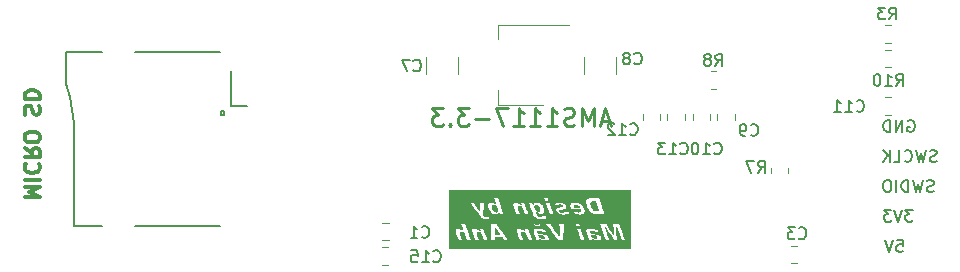
<source format=gbr>
%TF.GenerationSoftware,KiCad,Pcbnew,(5.1.10)-1*%
%TF.CreationDate,2021-08-29T21:18:51+07:00*%
%TF.ProjectId,stm32f405rgt6_Mini,73746d33-3266-4343-9035-726774365f4d,rev?*%
%TF.SameCoordinates,Original*%
%TF.FileFunction,Legend,Bot*%
%TF.FilePolarity,Positive*%
%FSLAX46Y46*%
G04 Gerber Fmt 4.6, Leading zero omitted, Abs format (unit mm)*
G04 Created by KiCad (PCBNEW (5.1.10)-1) date 2021-08-29 21:18:51*
%MOMM*%
%LPD*%
G01*
G04 APERTURE LIST*
%ADD10C,0.200000*%
%ADD11C,0.300000*%
%ADD12C,0.010000*%
%ADD13C,0.120000*%
%ADD14C,0.150000*%
%ADD15C,0.250000*%
G04 APERTURE END LIST*
D10*
X146481776Y-101974400D02*
X146957966Y-101974400D01*
X147005585Y-102450591D01*
X146957966Y-102402972D01*
X146862728Y-102355353D01*
X146624633Y-102355353D01*
X146529395Y-102402972D01*
X146481776Y-102450591D01*
X146434157Y-102545829D01*
X146434157Y-102783924D01*
X146481776Y-102879162D01*
X146529395Y-102926781D01*
X146624633Y-102974400D01*
X146862728Y-102974400D01*
X146957966Y-102926781D01*
X147005585Y-102879162D01*
X146148442Y-101974400D02*
X145815109Y-102974400D01*
X145481776Y-101974400D01*
X147816415Y-99414080D02*
X147197367Y-99414080D01*
X147530700Y-99795033D01*
X147387843Y-99795033D01*
X147292605Y-99842652D01*
X147244986Y-99890271D01*
X147197367Y-99985509D01*
X147197367Y-100223604D01*
X147244986Y-100318842D01*
X147292605Y-100366461D01*
X147387843Y-100414080D01*
X147673558Y-100414080D01*
X147768796Y-100366461D01*
X147816415Y-100318842D01*
X146911653Y-99414080D02*
X146578320Y-100414080D01*
X146244986Y-99414080D01*
X146006891Y-99414080D02*
X145387843Y-99414080D01*
X145721177Y-99795033D01*
X145578320Y-99795033D01*
X145483081Y-99842652D01*
X145435462Y-99890271D01*
X145387843Y-99985509D01*
X145387843Y-100223604D01*
X145435462Y-100318842D01*
X145483081Y-100366461D01*
X145578320Y-100414080D01*
X145864034Y-100414080D01*
X145959272Y-100366461D01*
X146006891Y-100318842D01*
X149835904Y-95306781D02*
X149693047Y-95354400D01*
X149454952Y-95354400D01*
X149359714Y-95306781D01*
X149312095Y-95259162D01*
X149264476Y-95163924D01*
X149264476Y-95068686D01*
X149312095Y-94973448D01*
X149359714Y-94925829D01*
X149454952Y-94878210D01*
X149645428Y-94830591D01*
X149740666Y-94782972D01*
X149788285Y-94735353D01*
X149835904Y-94640115D01*
X149835904Y-94544877D01*
X149788285Y-94449639D01*
X149740666Y-94402020D01*
X149645428Y-94354400D01*
X149407333Y-94354400D01*
X149264476Y-94402020D01*
X148931142Y-94354400D02*
X148693047Y-95354400D01*
X148502571Y-94640115D01*
X148312095Y-95354400D01*
X148074000Y-94354400D01*
X147121619Y-95259162D02*
X147169238Y-95306781D01*
X147312095Y-95354400D01*
X147407333Y-95354400D01*
X147550190Y-95306781D01*
X147645428Y-95211543D01*
X147693047Y-95116305D01*
X147740666Y-94925829D01*
X147740666Y-94782972D01*
X147693047Y-94592496D01*
X147645428Y-94497258D01*
X147550190Y-94402020D01*
X147407333Y-94354400D01*
X147312095Y-94354400D01*
X147169238Y-94402020D01*
X147121619Y-94449639D01*
X146216857Y-95354400D02*
X146693047Y-95354400D01*
X146693047Y-94354400D01*
X145883523Y-95354400D02*
X145883523Y-94354400D01*
X145312095Y-95354400D02*
X145740666Y-94782972D01*
X145312095Y-94354400D02*
X145883523Y-94925829D01*
X149578747Y-97872181D02*
X149435890Y-97919800D01*
X149197795Y-97919800D01*
X149102557Y-97872181D01*
X149054938Y-97824562D01*
X149007319Y-97729324D01*
X149007319Y-97634086D01*
X149054938Y-97538848D01*
X149102557Y-97491229D01*
X149197795Y-97443610D01*
X149388271Y-97395991D01*
X149483509Y-97348372D01*
X149531128Y-97300753D01*
X149578747Y-97205515D01*
X149578747Y-97110277D01*
X149531128Y-97015039D01*
X149483509Y-96967420D01*
X149388271Y-96919800D01*
X149150176Y-96919800D01*
X149007319Y-96967420D01*
X148673985Y-96919800D02*
X148435890Y-97919800D01*
X148245414Y-97205515D01*
X148054938Y-97919800D01*
X147816842Y-96919800D01*
X147435890Y-97919800D02*
X147435890Y-96919800D01*
X147197795Y-96919800D01*
X147054938Y-96967420D01*
X146959700Y-97062658D01*
X146912080Y-97157896D01*
X146864461Y-97348372D01*
X146864461Y-97491229D01*
X146912080Y-97681705D01*
X146959700Y-97776943D01*
X147054938Y-97872181D01*
X147197795Y-97919800D01*
X147435890Y-97919800D01*
X146435890Y-97919800D02*
X146435890Y-96919800D01*
X145769223Y-96919800D02*
X145578747Y-96919800D01*
X145483509Y-96967420D01*
X145388271Y-97062658D01*
X145340652Y-97253134D01*
X145340652Y-97586467D01*
X145388271Y-97776943D01*
X145483509Y-97872181D01*
X145578747Y-97919800D01*
X145769223Y-97919800D01*
X145864461Y-97872181D01*
X145959700Y-97776943D01*
X146007319Y-97586467D01*
X146007319Y-97253134D01*
X145959700Y-97062658D01*
X145864461Y-96967420D01*
X145769223Y-96919800D01*
X147418964Y-91887420D02*
X147514202Y-91839800D01*
X147657060Y-91839800D01*
X147799917Y-91887420D01*
X147895155Y-91982658D01*
X147942774Y-92077896D01*
X147990393Y-92268372D01*
X147990393Y-92411229D01*
X147942774Y-92601705D01*
X147895155Y-92696943D01*
X147799917Y-92792181D01*
X147657060Y-92839800D01*
X147561821Y-92839800D01*
X147418964Y-92792181D01*
X147371345Y-92744562D01*
X147371345Y-92411229D01*
X147561821Y-92411229D01*
X146942774Y-92839800D02*
X146942774Y-91839800D01*
X146371345Y-92839800D01*
X146371345Y-91839800D01*
X145895155Y-92839800D02*
X145895155Y-91839800D01*
X145657060Y-91839800D01*
X145514202Y-91887420D01*
X145418964Y-91982658D01*
X145371345Y-92077896D01*
X145323726Y-92268372D01*
X145323726Y-92411229D01*
X145371345Y-92601705D01*
X145418964Y-92696943D01*
X145514202Y-92792181D01*
X145657060Y-92839800D01*
X145895155Y-92839800D01*
D11*
X72627404Y-98351255D02*
X73927404Y-98351255D01*
X72998833Y-97917921D01*
X73927404Y-97484588D01*
X72627404Y-97484588D01*
X72627404Y-96865540D02*
X73927404Y-96865540D01*
X72751214Y-95503636D02*
X72689309Y-95565540D01*
X72627404Y-95751255D01*
X72627404Y-95875064D01*
X72689309Y-96060779D01*
X72813119Y-96184588D01*
X72936928Y-96246493D01*
X73184547Y-96308398D01*
X73370261Y-96308398D01*
X73617880Y-96246493D01*
X73741690Y-96184588D01*
X73865500Y-96060779D01*
X73927404Y-95875064D01*
X73927404Y-95751255D01*
X73865500Y-95565540D01*
X73803595Y-95503636D01*
X72627404Y-94203636D02*
X73246452Y-94636969D01*
X72627404Y-94946493D02*
X73927404Y-94946493D01*
X73927404Y-94451255D01*
X73865500Y-94327445D01*
X73803595Y-94265540D01*
X73679785Y-94203636D01*
X73494071Y-94203636D01*
X73370261Y-94265540D01*
X73308357Y-94327445D01*
X73246452Y-94451255D01*
X73246452Y-94946493D01*
X73927404Y-93398874D02*
X73927404Y-93151255D01*
X73865500Y-93027445D01*
X73741690Y-92903636D01*
X73494071Y-92841731D01*
X73060738Y-92841731D01*
X72813119Y-92903636D01*
X72689309Y-93027445D01*
X72627404Y-93151255D01*
X72627404Y-93398874D01*
X72689309Y-93522683D01*
X72813119Y-93646493D01*
X73060738Y-93708398D01*
X73494071Y-93708398D01*
X73741690Y-93646493D01*
X73865500Y-93522683D01*
X73927404Y-93398874D01*
X72689309Y-91356017D02*
X72627404Y-91170302D01*
X72627404Y-90860779D01*
X72689309Y-90736969D01*
X72751214Y-90675064D01*
X72875023Y-90613160D01*
X72998833Y-90613160D01*
X73122642Y-90675064D01*
X73184547Y-90736969D01*
X73246452Y-90860779D01*
X73308357Y-91108398D01*
X73370261Y-91232207D01*
X73432166Y-91294112D01*
X73555976Y-91356017D01*
X73679785Y-91356017D01*
X73803595Y-91294112D01*
X73865500Y-91232207D01*
X73927404Y-91108398D01*
X73927404Y-90798874D01*
X73865500Y-90613160D01*
X72627404Y-90056017D02*
X73927404Y-90056017D01*
X73927404Y-89746493D01*
X73865500Y-89560779D01*
X73741690Y-89436969D01*
X73617880Y-89375064D01*
X73370261Y-89313160D01*
X73184547Y-89313160D01*
X72936928Y-89375064D01*
X72813119Y-89436969D01*
X72689309Y-89560779D01*
X72627404Y-89746493D01*
X72627404Y-90056017D01*
D12*
%TO.C,.*%
G36*
X120678788Y-98704114D02*
G01*
X120594165Y-98729475D01*
X120542904Y-98778793D01*
X120523270Y-98854028D01*
X120533526Y-98957141D01*
X120541493Y-98991177D01*
X120588252Y-99137058D01*
X120646655Y-99261258D01*
X120712946Y-99356777D01*
X120762330Y-99403043D01*
X120806365Y-99431523D01*
X120851724Y-99449250D01*
X120911329Y-99459419D01*
X120998100Y-99465229D01*
X121016866Y-99466029D01*
X121195307Y-99473279D01*
X121179544Y-99425389D01*
X121167569Y-99390899D01*
X121144289Y-99325407D01*
X121112343Y-99236285D01*
X121074371Y-99130901D01*
X121042291Y-99042220D01*
X120920801Y-98706940D01*
X120798506Y-98700748D01*
X120678788Y-98704114D01*
G37*
X120678788Y-98704114D02*
X120594165Y-98729475D01*
X120542904Y-98778793D01*
X120523270Y-98854028D01*
X120533526Y-98957141D01*
X120541493Y-98991177D01*
X120588252Y-99137058D01*
X120646655Y-99261258D01*
X120712946Y-99356777D01*
X120762330Y-99403043D01*
X120806365Y-99431523D01*
X120851724Y-99449250D01*
X120911329Y-99459419D01*
X120998100Y-99465229D01*
X121016866Y-99466029D01*
X121195307Y-99473279D01*
X121179544Y-99425389D01*
X121167569Y-99390899D01*
X121144289Y-99325407D01*
X121112343Y-99236285D01*
X121074371Y-99130901D01*
X121042291Y-99042220D01*
X120920801Y-98706940D01*
X120798506Y-98700748D01*
X120678788Y-98704114D01*
G36*
X112222040Y-99031538D02*
G01*
X112186896Y-99085764D01*
X112181513Y-99163614D01*
X112184059Y-99179290D01*
X112221715Y-99308765D01*
X112278321Y-99417726D01*
X112349586Y-99501065D01*
X112431219Y-99553672D01*
X112512678Y-99570540D01*
X112577442Y-99563181D01*
X112613281Y-99538345D01*
X112617775Y-99531235D01*
X112636454Y-99460298D01*
X112630830Y-99370254D01*
X112604849Y-99272263D01*
X112562459Y-99177483D01*
X112507608Y-99097076D01*
X112444950Y-99042613D01*
X112357175Y-99006763D01*
X112280835Y-99004138D01*
X112222040Y-99031538D01*
G37*
X112222040Y-99031538D02*
X112186896Y-99085764D01*
X112181513Y-99163614D01*
X112184059Y-99179290D01*
X112221715Y-99308765D01*
X112278321Y-99417726D01*
X112349586Y-99501065D01*
X112431219Y-99553672D01*
X112512678Y-99570540D01*
X112577442Y-99563181D01*
X112613281Y-99538345D01*
X112617775Y-99531235D01*
X112636454Y-99460298D01*
X112630830Y-99370254D01*
X112604849Y-99272263D01*
X112562459Y-99177483D01*
X112507608Y-99097076D01*
X112444950Y-99042613D01*
X112357175Y-99006763D01*
X112280835Y-99004138D01*
X112222040Y-99031538D01*
G36*
X119199168Y-99009327D02*
G01*
X119143591Y-99034217D01*
X119118889Y-99078863D01*
X119116686Y-99103894D01*
X119116686Y-99164140D01*
X119339681Y-99164140D01*
X119438523Y-99163820D01*
X119501749Y-99161927D01*
X119536076Y-99157056D01*
X119548221Y-99147804D01*
X119544902Y-99132768D01*
X119539414Y-99122412D01*
X119487105Y-99066234D01*
X119407734Y-99024012D01*
X119315963Y-99002844D01*
X119289920Y-99001655D01*
X119199168Y-99009327D01*
G37*
X119199168Y-99009327D02*
X119143591Y-99034217D01*
X119118889Y-99078863D01*
X119116686Y-99103894D01*
X119116686Y-99164140D01*
X119339681Y-99164140D01*
X119438523Y-99163820D01*
X119501749Y-99161927D01*
X119536076Y-99157056D01*
X119548221Y-99147804D01*
X119544902Y-99132768D01*
X119539414Y-99122412D01*
X119487105Y-99066234D01*
X119407734Y-99024012D01*
X119315963Y-99002844D01*
X119289920Y-99001655D01*
X119199168Y-99009327D01*
G36*
X115847631Y-99013614D02*
G01*
X115807384Y-99038740D01*
X115778002Y-99098038D01*
X115775255Y-99177139D01*
X115796810Y-99266209D01*
X115840338Y-99355412D01*
X115900577Y-99431986D01*
X115952428Y-99479203D01*
X115997372Y-99502230D01*
X116053995Y-99509324D01*
X116075248Y-99509580D01*
X116142722Y-99504885D01*
X116180866Y-99488141D01*
X116194942Y-99470275D01*
X116213111Y-99399552D01*
X116205136Y-99310914D01*
X116174287Y-99215673D01*
X116123834Y-99125143D01*
X116079751Y-99071794D01*
X116026402Y-99025548D01*
X115975555Y-99005197D01*
X115926593Y-99001580D01*
X115847631Y-99013614D01*
G37*
X115847631Y-99013614D02*
X115807384Y-99038740D01*
X115778002Y-99098038D01*
X115775255Y-99177139D01*
X115796810Y-99266209D01*
X115840338Y-99355412D01*
X115900577Y-99431986D01*
X115952428Y-99479203D01*
X115997372Y-99502230D01*
X116053995Y-99509324D01*
X116075248Y-99509580D01*
X116142722Y-99504885D01*
X116180866Y-99488141D01*
X116194942Y-99470275D01*
X116213111Y-99399552D01*
X116205136Y-99310914D01*
X116174287Y-99215673D01*
X116123834Y-99125143D01*
X116079751Y-99071794D01*
X116026402Y-99025548D01*
X115975555Y-99005197D01*
X115926593Y-99001580D01*
X115847631Y-99013614D01*
G36*
X112408916Y-100951578D02*
G01*
X112414224Y-100992758D01*
X112420254Y-101042010D01*
X112424947Y-101118992D01*
X112427635Y-101210798D01*
X112428020Y-101259640D01*
X112428020Y-101460300D01*
X112607936Y-101460300D01*
X112689245Y-101459200D01*
X112751428Y-101456265D01*
X112784767Y-101452043D01*
X112787853Y-101450177D01*
X112777008Y-101430397D01*
X112747180Y-101382842D01*
X112702433Y-101313823D01*
X112646832Y-101229655D01*
X112621778Y-101192139D01*
X112542796Y-101076939D01*
X112483102Y-100996324D01*
X112441613Y-100949252D01*
X112417245Y-100934684D01*
X112408916Y-100951578D01*
G37*
X112408916Y-100951578D02*
X112414224Y-100992758D01*
X112420254Y-101042010D01*
X112424947Y-101118992D01*
X112427635Y-101210798D01*
X112428020Y-101259640D01*
X112428020Y-101460300D01*
X112607936Y-101460300D01*
X112689245Y-101459200D01*
X112751428Y-101456265D01*
X112784767Y-101452043D01*
X112787853Y-101450177D01*
X112777008Y-101430397D01*
X112747180Y-101382842D01*
X112702433Y-101313823D01*
X112646832Y-101229655D01*
X112621778Y-101192139D01*
X112542796Y-101076939D01*
X112483102Y-100996324D01*
X112441613Y-100949252D01*
X112417245Y-100934684D01*
X112408916Y-100951578D01*
G36*
X116114500Y-101531465D02*
G01*
X116116299Y-101554419D01*
X116133599Y-101600767D01*
X116148717Y-101632737D01*
X116206220Y-101714055D01*
X116278866Y-101764371D01*
X116349893Y-101789965D01*
X116426654Y-101803626D01*
X116497075Y-101804903D01*
X116549077Y-101793345D01*
X116569050Y-101775214D01*
X116573139Y-101713607D01*
X116541706Y-101655978D01*
X116486958Y-101616665D01*
X116433229Y-101596667D01*
X116361169Y-101575454D01*
X116282121Y-101555621D01*
X116207427Y-101539762D01*
X116148430Y-101530472D01*
X116116473Y-101530346D01*
X116114500Y-101531465D01*
G37*
X116114500Y-101531465D02*
X116116299Y-101554419D01*
X116133599Y-101600767D01*
X116148717Y-101632737D01*
X116206220Y-101714055D01*
X116278866Y-101764371D01*
X116349893Y-101789965D01*
X116426654Y-101803626D01*
X116497075Y-101804903D01*
X116549077Y-101793345D01*
X116569050Y-101775214D01*
X116573139Y-101713607D01*
X116541706Y-101655978D01*
X116486958Y-101616665D01*
X116433229Y-101596667D01*
X116361169Y-101575454D01*
X116282121Y-101555621D01*
X116207427Y-101539762D01*
X116148430Y-101530472D01*
X116116473Y-101530346D01*
X116114500Y-101531465D01*
G36*
X120580667Y-101531465D02*
G01*
X120582466Y-101554419D01*
X120599766Y-101600767D01*
X120614884Y-101632737D01*
X120672386Y-101714055D01*
X120745033Y-101764371D01*
X120816059Y-101789965D01*
X120892821Y-101803626D01*
X120963241Y-101804903D01*
X121015244Y-101793345D01*
X121035217Y-101775214D01*
X121039306Y-101713607D01*
X121007872Y-101655978D01*
X120953124Y-101616665D01*
X120899396Y-101596667D01*
X120827336Y-101575454D01*
X120748288Y-101555621D01*
X120673593Y-101539762D01*
X120614596Y-101530472D01*
X120582639Y-101530346D01*
X120580667Y-101531465D01*
G37*
X120580667Y-101531465D02*
X120582466Y-101554419D01*
X120599766Y-101600767D01*
X120614884Y-101632737D01*
X120672386Y-101714055D01*
X120745033Y-101764371D01*
X120816059Y-101789965D01*
X120892821Y-101803626D01*
X120963241Y-101804903D01*
X121015244Y-101793345D01*
X121035217Y-101775214D01*
X121039306Y-101713607D01*
X121007872Y-101655978D01*
X120953124Y-101616665D01*
X120899396Y-101596667D01*
X120827336Y-101575454D01*
X120748288Y-101555621D01*
X120673593Y-101539762D01*
X120614596Y-101530472D01*
X120582639Y-101530346D01*
X120580667Y-101531465D01*
G36*
X108575686Y-102638860D02*
G01*
X123879186Y-102638860D01*
X123879186Y-101983540D01*
X123451146Y-101983540D01*
X123444542Y-101996646D01*
X123409565Y-102004648D01*
X123340849Y-102008356D01*
X123283493Y-102008859D01*
X123106603Y-102008778D01*
X122918126Y-101469638D01*
X122868554Y-101329235D01*
X122822590Y-101201699D01*
X122782116Y-101092047D01*
X122749018Y-101005295D01*
X122725176Y-100946461D01*
X122712476Y-100920561D01*
X122711751Y-100919880D01*
X122703642Y-100918540D01*
X122698306Y-100928462D01*
X122695927Y-100953769D01*
X122696686Y-100998583D01*
X122700767Y-101067024D01*
X122708353Y-101163215D01*
X122719627Y-101291277D01*
X122734772Y-101455332D01*
X122736186Y-101470460D01*
X122748459Y-101603506D01*
X122759332Y-101725009D01*
X122768244Y-101828393D01*
X122774633Y-101907081D01*
X122777937Y-101954498D01*
X122778270Y-101963220D01*
X122775639Y-101986708D01*
X122761453Y-102000379D01*
X122726754Y-102006873D01*
X122662582Y-102008833D01*
X122623225Y-102008940D01*
X122467930Y-102008940D01*
X122146424Y-101485700D01*
X122048846Y-101326852D01*
X121970635Y-101199577D01*
X121909576Y-101100480D01*
X121863457Y-101026169D01*
X121830065Y-100973253D01*
X121807186Y-100938338D01*
X121792607Y-100918033D01*
X121784115Y-100908945D01*
X121779496Y-100907682D01*
X121776539Y-100910850D01*
X121773733Y-100914441D01*
X121777139Y-100935961D01*
X121792872Y-100990839D01*
X121819295Y-101074067D01*
X121854771Y-101180639D01*
X121897662Y-101305547D01*
X121946330Y-101443785D01*
X121952499Y-101461083D01*
X122002165Y-101600376D01*
X122047023Y-101726617D01*
X122085327Y-101834850D01*
X122115326Y-101920122D01*
X122135273Y-101977474D01*
X122143418Y-102001954D01*
X122143520Y-102002450D01*
X122123998Y-102005418D01*
X122072010Y-102007661D01*
X121997422Y-102008816D01*
X121968895Y-102008896D01*
X121794270Y-102008853D01*
X121713586Y-101780636D01*
X121454575Y-101780636D01*
X121453544Y-101868782D01*
X121417050Y-101942003D01*
X121405002Y-101954788D01*
X121335470Y-101995332D01*
X121238111Y-102016064D01*
X121121982Y-102017119D01*
X120996139Y-101998635D01*
X120869635Y-101960750D01*
X120834102Y-101946146D01*
X120765207Y-101916737D01*
X120711962Y-101895564D01*
X120685471Y-101887035D01*
X120685101Y-101887020D01*
X120674958Y-101904567D01*
X120671602Y-101942900D01*
X120672436Y-101998780D01*
X120484534Y-102004688D01*
X120395251Y-102007106D01*
X120340633Y-102006338D01*
X120313038Y-102000650D01*
X120308097Y-101993223D01*
X120048020Y-101993223D01*
X120028442Y-102000189D01*
X119976050Y-102005572D01*
X119900353Y-102008576D01*
X119860199Y-102008940D01*
X119672379Y-102008940D01*
X119489783Y-101491969D01*
X119441456Y-101354738D01*
X119397930Y-101230362D01*
X119360973Y-101123955D01*
X119332352Y-101040630D01*
X119313834Y-100985500D01*
X119307187Y-100963679D01*
X119307186Y-100963649D01*
X119326768Y-100958624D01*
X119379177Y-100954738D01*
X119454912Y-100952566D01*
X119495422Y-100952300D01*
X119587817Y-100953447D01*
X119646421Y-100957881D01*
X119679734Y-100967087D01*
X119696259Y-100982550D01*
X119698889Y-100987860D01*
X119711982Y-101021934D01*
X119735264Y-101086016D01*
X119766552Y-101173816D01*
X119803660Y-101279043D01*
X119844404Y-101395408D01*
X119886600Y-101516619D01*
X119928063Y-101636387D01*
X119966609Y-101748422D01*
X120000054Y-101846434D01*
X120026213Y-101924131D01*
X120042901Y-101975225D01*
X120048020Y-101993223D01*
X120308097Y-101993223D01*
X120304826Y-101988307D01*
X120308355Y-101967574D01*
X120309088Y-101964865D01*
X120307048Y-101927082D01*
X120291062Y-101855598D01*
X120262280Y-101754678D01*
X120221850Y-101628591D01*
X120205949Y-101581609D01*
X120156838Y-101434059D01*
X120122335Y-101318913D01*
X120101585Y-101230744D01*
X120093733Y-101164126D01*
X120097921Y-101113632D01*
X120113294Y-101073835D01*
X120123388Y-101058305D01*
X120165165Y-101013169D01*
X120218813Y-100981445D01*
X120291756Y-100961110D01*
X120391421Y-100950141D01*
X120525232Y-100946516D01*
X120533833Y-100946489D01*
X120641048Y-100948307D01*
X120741471Y-100953634D01*
X120822376Y-100961596D01*
X120864189Y-100969191D01*
X120973981Y-101012814D01*
X121080725Y-101079203D01*
X121168509Y-101157614D01*
X121198038Y-101194613D01*
X121252706Y-101273916D01*
X121072536Y-101288324D01*
X120983985Y-101294633D01*
X120926542Y-101295259D01*
X120889198Y-101288610D01*
X120860943Y-101273092D01*
X120838916Y-101254516D01*
X120802182Y-101227508D01*
X120758803Y-101212802D01*
X120694944Y-101206968D01*
X120644284Y-101206300D01*
X120503103Y-101206300D01*
X120503103Y-101267260D01*
X120503414Y-101286612D01*
X120507396Y-101302494D01*
X120519620Y-101316407D01*
X120544661Y-101329854D01*
X120587090Y-101344338D01*
X120651481Y-101361363D01*
X120742406Y-101382431D01*
X120864439Y-101409045D01*
X121022151Y-101442708D01*
X121064020Y-101451620D01*
X121212620Y-101499172D01*
X121328342Y-101571335D01*
X121410430Y-101667614D01*
X121419788Y-101684091D01*
X121454575Y-101780636D01*
X121713586Y-101780636D01*
X121535661Y-101277376D01*
X121377629Y-100830380D01*
X119643072Y-100830380D01*
X119251418Y-100830380D01*
X119213079Y-100713540D01*
X119190779Y-100646469D01*
X119172577Y-100593307D01*
X119164298Y-100570504D01*
X119168310Y-100558063D01*
X119196549Y-100550961D01*
X119254990Y-100548545D01*
X119349607Y-100550163D01*
X119350320Y-100550184D01*
X119546784Y-100556060D01*
X119643072Y-100830380D01*
X121377629Y-100830380D01*
X121277052Y-100545900D01*
X118276558Y-100545900D01*
X118262508Y-100998020D01*
X118257486Y-101151920D01*
X118251817Y-101312818D01*
X118245942Y-101469073D01*
X118240298Y-101609046D01*
X118235325Y-101721098D01*
X118234920Y-101729540D01*
X118221381Y-102008940D01*
X117749013Y-102008940D01*
X117580081Y-101780636D01*
X116988409Y-101780636D01*
X116987377Y-101868782D01*
X116950884Y-101942003D01*
X116938835Y-101954788D01*
X116869303Y-101995332D01*
X116771945Y-102016064D01*
X116655816Y-102017119D01*
X116600132Y-102008940D01*
X113615683Y-102008940D01*
X113168997Y-102008940D01*
X113010223Y-101765100D01*
X112449186Y-101765100D01*
X112449186Y-102008940D01*
X111998149Y-102008940D01*
X111998913Y-101984335D01*
X111830835Y-101984335D01*
X111826351Y-101996816D01*
X111797530Y-102003915D01*
X111738386Y-102006288D01*
X111645098Y-102004655D01*
X111449677Y-101998780D01*
X111349699Y-101724460D01*
X111310823Y-101619927D01*
X111273786Y-101524160D01*
X111242195Y-101446231D01*
X111219659Y-101395210D01*
X111215536Y-101387117D01*
X111153714Y-101309848D01*
X111071490Y-101268180D01*
X110982359Y-101261060D01*
X110926064Y-101267380D01*
X110899294Y-101282855D01*
X110889263Y-101318011D01*
X110887114Y-101339477D01*
X110892652Y-101397027D01*
X110915846Y-101489473D01*
X110956196Y-101615002D01*
X110987656Y-101703330D01*
X111024691Y-101804882D01*
X111056158Y-101892087D01*
X111079626Y-101958136D01*
X111092667Y-101996221D01*
X111094520Y-102002715D01*
X111074921Y-102005500D01*
X111022330Y-102006559D01*
X110946052Y-102005804D01*
X110898728Y-102004622D01*
X110702936Y-101998780D01*
X110697764Y-101984335D01*
X110412367Y-101984335D01*
X110408070Y-101996810D01*
X110379463Y-102003910D01*
X110320561Y-102006291D01*
X110226931Y-102004655D01*
X110031510Y-101998780D01*
X109931533Y-101724460D01*
X109892656Y-101619927D01*
X109855619Y-101524160D01*
X109824029Y-101446231D01*
X109801492Y-101395210D01*
X109797369Y-101387117D01*
X109735548Y-101309848D01*
X109653323Y-101268180D01*
X109564193Y-101261060D01*
X109507898Y-101267380D01*
X109481127Y-101282855D01*
X109471096Y-101318011D01*
X109468948Y-101339477D01*
X109474486Y-101397027D01*
X109497680Y-101489473D01*
X109538029Y-101615002D01*
X109569489Y-101703330D01*
X109606524Y-101804882D01*
X109637991Y-101892087D01*
X109661460Y-101958136D01*
X109674500Y-101996221D01*
X109676353Y-102002715D01*
X109656755Y-102005500D01*
X109604163Y-102006559D01*
X109527885Y-102005804D01*
X109480561Y-102004622D01*
X109284770Y-101998780D01*
X109153795Y-101633020D01*
X109093699Y-101457962D01*
X109051587Y-101315987D01*
X109027551Y-101203348D01*
X109021683Y-101116294D01*
X109034076Y-101051078D01*
X109064822Y-101003951D01*
X109114013Y-100971165D01*
X109170564Y-100951728D01*
X109281346Y-100941565D01*
X109405334Y-100961054D01*
X109529939Y-101007623D01*
X109580904Y-101035534D01*
X109637289Y-101067100D01*
X109678278Y-101084922D01*
X109692089Y-101086206D01*
X109689576Y-101064260D01*
X109675178Y-101011253D01*
X109651091Y-100934452D01*
X109619513Y-100841123D01*
X109608856Y-100810846D01*
X109514776Y-100545900D01*
X109903340Y-100545900D01*
X110152861Y-101252020D01*
X110210088Y-101413911D01*
X110263233Y-101564152D01*
X110310715Y-101698275D01*
X110350949Y-101811816D01*
X110382354Y-101900308D01*
X110403347Y-101959283D01*
X110412345Y-101984278D01*
X110412367Y-101984335D01*
X110697764Y-101984335D01*
X110571962Y-101633020D01*
X110511866Y-101457962D01*
X110469753Y-101315987D01*
X110445717Y-101203348D01*
X110439850Y-101116294D01*
X110452243Y-101051078D01*
X110482989Y-101003951D01*
X110532180Y-100971165D01*
X110588731Y-100951728D01*
X110701696Y-100941485D01*
X110827110Y-100962293D01*
X110953577Y-101011620D01*
X111013320Y-101045979D01*
X111074286Y-101085194D01*
X111122208Y-101115710D01*
X111143505Y-101128966D01*
X111155523Y-101123858D01*
X111150605Y-101092637D01*
X111130259Y-101023532D01*
X111122572Y-100981677D01*
X111134152Y-100960330D01*
X111171605Y-100952753D01*
X111241540Y-100952203D01*
X111288017Y-100952457D01*
X111464936Y-100952614D01*
X111643044Y-101455377D01*
X111691334Y-101591647D01*
X111735394Y-101715901D01*
X111773309Y-101822743D01*
X111803163Y-101906779D01*
X111823042Y-101962615D01*
X111830835Y-101984335D01*
X111998913Y-101984335D01*
X112012198Y-101556820D01*
X112017221Y-101402919D01*
X112022889Y-101242021D01*
X112028765Y-101085766D01*
X112034408Y-100945793D01*
X112039381Y-100833741D01*
X112039787Y-100825300D01*
X112053326Y-100545900D01*
X112526614Y-100545900D01*
X112983800Y-101160580D01*
X113091646Y-101305561D01*
X113195259Y-101444821D01*
X113291207Y-101573749D01*
X113376056Y-101687733D01*
X113446374Y-101782161D01*
X113498728Y-101852423D01*
X113528334Y-101892100D01*
X113615683Y-102008940D01*
X116600132Y-102008940D01*
X116529972Y-101998635D01*
X116403468Y-101960750D01*
X116367935Y-101946146D01*
X116299040Y-101916737D01*
X116245795Y-101895564D01*
X116219304Y-101887035D01*
X116218934Y-101887020D01*
X116208791Y-101904567D01*
X116205435Y-101942900D01*
X116206270Y-101998780D01*
X116018367Y-102004688D01*
X115929084Y-102007106D01*
X115874466Y-102006338D01*
X115846872Y-102000650D01*
X115838659Y-101988307D01*
X115839335Y-101984335D01*
X115598502Y-101984335D01*
X115594018Y-101996816D01*
X115565197Y-102003915D01*
X115506053Y-102006288D01*
X115412764Y-102004655D01*
X115217344Y-101998780D01*
X115117366Y-101724460D01*
X115078490Y-101619927D01*
X115041453Y-101524160D01*
X115009862Y-101446231D01*
X114987325Y-101395210D01*
X114983203Y-101387117D01*
X114921381Y-101309848D01*
X114839157Y-101268180D01*
X114750026Y-101261060D01*
X114693731Y-101267380D01*
X114666960Y-101282855D01*
X114656929Y-101318011D01*
X114654781Y-101339477D01*
X114660319Y-101397027D01*
X114683513Y-101489473D01*
X114723862Y-101615002D01*
X114755323Y-101703330D01*
X114792358Y-101804882D01*
X114823825Y-101892087D01*
X114847293Y-101958136D01*
X114860333Y-101996221D01*
X114862186Y-102002715D01*
X114842588Y-102005500D01*
X114789997Y-102006559D01*
X114713719Y-102005804D01*
X114666395Y-102004622D01*
X114470603Y-101998780D01*
X114339628Y-101633020D01*
X114279532Y-101457962D01*
X114237420Y-101315987D01*
X114213384Y-101203348D01*
X114207516Y-101116294D01*
X114219909Y-101051078D01*
X114250655Y-101003951D01*
X114299846Y-100971165D01*
X114356398Y-100951728D01*
X114469363Y-100941485D01*
X114594777Y-100962293D01*
X114721243Y-101011620D01*
X114780986Y-101045979D01*
X114841952Y-101085194D01*
X114889875Y-101115710D01*
X114911172Y-101128966D01*
X114923190Y-101123858D01*
X114918272Y-101092637D01*
X114897925Y-101023532D01*
X114890238Y-100981677D01*
X114901818Y-100960330D01*
X114939272Y-100952753D01*
X115009207Y-100952203D01*
X115055684Y-100952457D01*
X115232603Y-100952614D01*
X115410711Y-101455377D01*
X115459001Y-101591647D01*
X115503061Y-101715901D01*
X115540975Y-101822743D01*
X115570830Y-101906779D01*
X115590709Y-101962615D01*
X115598502Y-101984335D01*
X115839335Y-101984335D01*
X115842188Y-101967574D01*
X115842922Y-101964865D01*
X115840881Y-101927082D01*
X115824895Y-101855598D01*
X115796113Y-101754678D01*
X115755683Y-101628591D01*
X115739783Y-101581609D01*
X115690671Y-101434059D01*
X115656168Y-101318913D01*
X115635419Y-101230744D01*
X115627566Y-101164126D01*
X115631754Y-101113632D01*
X115647127Y-101073835D01*
X115657221Y-101058305D01*
X115698998Y-101013169D01*
X115752646Y-100981445D01*
X115825590Y-100961110D01*
X115925254Y-100950141D01*
X116059065Y-100946516D01*
X116067667Y-100946489D01*
X116174881Y-100948307D01*
X116275304Y-100953634D01*
X116356210Y-100961596D01*
X116398022Y-100969191D01*
X116507814Y-101012814D01*
X116614558Y-101079203D01*
X116702342Y-101157614D01*
X116731872Y-101194613D01*
X116786539Y-101273916D01*
X116606370Y-101288324D01*
X116517818Y-101294633D01*
X116460375Y-101295259D01*
X116423031Y-101288610D01*
X116394776Y-101273092D01*
X116372749Y-101254516D01*
X116336015Y-101227508D01*
X116292637Y-101212802D01*
X116228777Y-101206968D01*
X116178117Y-101206300D01*
X116036936Y-101206300D01*
X116036936Y-101267260D01*
X116037247Y-101286612D01*
X116041229Y-101302494D01*
X116053453Y-101316407D01*
X116078494Y-101329854D01*
X116120923Y-101344338D01*
X116185314Y-101361363D01*
X116276240Y-101382431D01*
X116398272Y-101409045D01*
X116555985Y-101442708D01*
X116597853Y-101451620D01*
X116746454Y-101499172D01*
X116862175Y-101571335D01*
X116944263Y-101667614D01*
X116953621Y-101684091D01*
X116988409Y-101780636D01*
X117580081Y-101780636D01*
X117215766Y-101288281D01*
X117103964Y-101136928D01*
X117000121Y-100995851D01*
X116906732Y-100868478D01*
X116826294Y-100758239D01*
X116761306Y-100668561D01*
X116721157Y-100612498D01*
X116280353Y-100612498D01*
X116265384Y-100705810D01*
X116220144Y-100770963D01*
X116147113Y-100807882D01*
X116090880Y-100822283D01*
X116049229Y-100826658D01*
X116002437Y-100821144D01*
X115946047Y-100809260D01*
X115824411Y-100765204D01*
X115720772Y-100694384D01*
X115647688Y-100606503D01*
X115600311Y-100525580D01*
X115670457Y-100525931D01*
X115748929Y-100545210D01*
X115790450Y-100576731D01*
X115826656Y-100606325D01*
X115869792Y-100621608D01*
X115934828Y-100626893D01*
X115965529Y-100627180D01*
X116037113Y-100625430D01*
X116078557Y-100617430D01*
X116101998Y-100599051D01*
X116114871Y-100576380D01*
X116144074Y-100538951D01*
X116192695Y-100526017D01*
X116209667Y-100525580D01*
X116253888Y-100527939D01*
X116274281Y-100542574D01*
X116280062Y-100580817D01*
X116280353Y-100612498D01*
X116721157Y-100612498D01*
X116714264Y-100602874D01*
X116687664Y-100564607D01*
X116682520Y-100556050D01*
X116702193Y-100551768D01*
X116755311Y-100549358D01*
X116833017Y-100549058D01*
X116898765Y-100550269D01*
X117115011Y-100556060D01*
X117458629Y-101062032D01*
X117546381Y-101190790D01*
X117627518Y-101308973D01*
X117698944Y-101412139D01*
X117757562Y-101495846D01*
X117800275Y-101555653D01*
X117823987Y-101587117D01*
X117826918Y-101590352D01*
X117834452Y-101587731D01*
X117839697Y-101561981D01*
X117842714Y-101509913D01*
X117843566Y-101428333D01*
X117842314Y-101314051D01*
X117839019Y-101163875D01*
X117836763Y-101079300D01*
X117821935Y-100545900D01*
X118276558Y-100545900D01*
X121277052Y-100545900D01*
X121859450Y-100545900D01*
X122118450Y-100967540D01*
X122206129Y-101110313D01*
X122274688Y-101221847D01*
X122326583Y-101305866D01*
X122364268Y-101366095D01*
X122390201Y-101406258D01*
X122406837Y-101430082D01*
X122416633Y-101441290D01*
X122422043Y-101443608D01*
X122425525Y-101440761D01*
X122428318Y-101437507D01*
X122429865Y-101415225D01*
X122428153Y-101359507D01*
X122423699Y-101277395D01*
X122417025Y-101175931D01*
X122408647Y-101062156D01*
X122399087Y-100943112D01*
X122388863Y-100825842D01*
X122378495Y-100717386D01*
X122368502Y-100624788D01*
X122368186Y-100622100D01*
X122359215Y-100545900D01*
X122942756Y-100545900D01*
X123192333Y-101252020D01*
X123249543Y-101413865D01*
X123302637Y-101564025D01*
X123350035Y-101698041D01*
X123390160Y-101811453D01*
X123421435Y-101899803D01*
X123442282Y-101958631D01*
X123451123Y-101983477D01*
X123451146Y-101983540D01*
X123879186Y-101983540D01*
X123879186Y-100000678D01*
X116788064Y-100000678D01*
X116782633Y-100077176D01*
X116761049Y-100126960D01*
X116716471Y-100162959D01*
X116696648Y-100173474D01*
X116603104Y-100204841D01*
X116481349Y-100223922D01*
X116343623Y-100230412D01*
X116202167Y-100224010D01*
X116163869Y-100218365D01*
X111945975Y-100218365D01*
X111843039Y-100226889D01*
X111660753Y-100228841D01*
X111499699Y-100203715D01*
X111397276Y-100167818D01*
X111300332Y-100108927D01*
X111213192Y-100030855D01*
X111205090Y-100021696D01*
X111178080Y-99988020D01*
X111130539Y-99926361D01*
X111066100Y-99841599D01*
X110988398Y-99738613D01*
X110901068Y-99622284D01*
X110807744Y-99497491D01*
X110712060Y-99369116D01*
X110617652Y-99242039D01*
X110528153Y-99121138D01*
X110447199Y-99011296D01*
X110378424Y-98917391D01*
X110325463Y-98844303D01*
X110291949Y-98796914D01*
X110283843Y-98784736D01*
X110283480Y-98771612D01*
X110306418Y-98763381D01*
X110358808Y-98759080D01*
X110446798Y-98757747D01*
X110456331Y-98757739D01*
X110645745Y-98757739D01*
X110875424Y-99113083D01*
X110945175Y-99219865D01*
X111007955Y-99313832D01*
X111060217Y-99389850D01*
X111098418Y-99442787D01*
X111119011Y-99467510D01*
X111121041Y-99468683D01*
X111125442Y-99449554D01*
X111127809Y-99396316D01*
X111128104Y-99315455D01*
X111126292Y-99213458D01*
X111123005Y-99113340D01*
X111109030Y-98757740D01*
X111517853Y-98757740D01*
X111517391Y-98813620D01*
X111515561Y-98849519D01*
X111510685Y-98919334D01*
X111503274Y-99016484D01*
X111493836Y-99134387D01*
X111482881Y-99266462D01*
X111476932Y-99336477D01*
X111464523Y-99492444D01*
X111455962Y-99624312D01*
X111451416Y-99728115D01*
X111451054Y-99799884D01*
X111455043Y-99835648D01*
X111455750Y-99837206D01*
X111483556Y-99871509D01*
X111529254Y-99914785D01*
X111542725Y-99926014D01*
X111583790Y-99955711D01*
X111623043Y-99971266D01*
X111675234Y-99976004D01*
X111752864Y-99973370D01*
X111894844Y-99965669D01*
X111906067Y-100027184D01*
X111919207Y-100094608D01*
X111931633Y-100153532D01*
X111945975Y-100218365D01*
X116163869Y-100218365D01*
X116069219Y-100204414D01*
X116012494Y-100190370D01*
X115895118Y-100139533D01*
X115781810Y-100060235D01*
X115687844Y-99963207D01*
X115686215Y-99961093D01*
X115657257Y-99911540D01*
X115617163Y-99824404D01*
X115602938Y-99789775D01*
X115302168Y-99789775D01*
X115297684Y-99802256D01*
X115268863Y-99809355D01*
X115209720Y-99811728D01*
X115116431Y-99810095D01*
X114921010Y-99804220D01*
X114821033Y-99529900D01*
X114782156Y-99425367D01*
X114745119Y-99329600D01*
X114713529Y-99251671D01*
X114690992Y-99200650D01*
X114686869Y-99192557D01*
X114625048Y-99115288D01*
X114542823Y-99073620D01*
X114453693Y-99066500D01*
X114397398Y-99072820D01*
X114370627Y-99088295D01*
X114360596Y-99123451D01*
X114358448Y-99144917D01*
X114363986Y-99202467D01*
X114387180Y-99294913D01*
X114427529Y-99420442D01*
X114458989Y-99508770D01*
X114496024Y-99610322D01*
X114527491Y-99697527D01*
X114550960Y-99763576D01*
X114564000Y-99801661D01*
X114565853Y-99808155D01*
X114546255Y-99810940D01*
X114493663Y-99811999D01*
X114417385Y-99811244D01*
X114370061Y-99810062D01*
X114174270Y-99804220D01*
X114172026Y-99797952D01*
X113186777Y-99797952D01*
X113170657Y-99805379D01*
X113121227Y-99809919D01*
X113047444Y-99810959D01*
X113008568Y-99810119D01*
X112919677Y-99806843D01*
X112863938Y-99801935D01*
X112832189Y-99792422D01*
X112815273Y-99775331D01*
X112804030Y-99747691D01*
X112802539Y-99743260D01*
X112782897Y-99691179D01*
X112765438Y-99675467D01*
X112740639Y-99693437D01*
X112718125Y-99719446D01*
X112638771Y-99783386D01*
X112536645Y-99817065D01*
X112418077Y-99819738D01*
X112289400Y-99790656D01*
X112248103Y-99774932D01*
X112174577Y-99737139D01*
X112102207Y-99689512D01*
X112090967Y-99680736D01*
X112000227Y-99588642D01*
X111918470Y-99471414D01*
X111850708Y-99339936D01*
X111801956Y-99205089D01*
X111777230Y-99077756D01*
X111776883Y-98999114D01*
X111804791Y-98898169D01*
X111862782Y-98821777D01*
X111946112Y-98771391D01*
X112050035Y-98748462D01*
X112169805Y-98754445D01*
X112300677Y-98790790D01*
X112365219Y-98819042D01*
X112415141Y-98840216D01*
X112445214Y-98846652D01*
X112449186Y-98843561D01*
X112442788Y-98818908D01*
X112425340Y-98763812D01*
X112399466Y-98686291D01*
X112367789Y-98594365D01*
X112365965Y-98589148D01*
X112282743Y-98351339D01*
X112478323Y-98351339D01*
X112673903Y-98351340D01*
X112926670Y-99065612D01*
X112984169Y-99228026D01*
X113037471Y-99378447D01*
X113085021Y-99512502D01*
X113125266Y-99625821D01*
X113156655Y-99714031D01*
X113177635Y-99772759D01*
X113186651Y-99797635D01*
X113186777Y-99797952D01*
X114172026Y-99797952D01*
X114043295Y-99438460D01*
X113983199Y-99263402D01*
X113941087Y-99121427D01*
X113917051Y-99008788D01*
X113911183Y-98921734D01*
X113923576Y-98856518D01*
X113954322Y-98809391D01*
X114003513Y-98776605D01*
X114060064Y-98757168D01*
X114173029Y-98746925D01*
X114298443Y-98767733D01*
X114424910Y-98817060D01*
X114484653Y-98851419D01*
X114545619Y-98890634D01*
X114593541Y-98921150D01*
X114614838Y-98934406D01*
X114626857Y-98929298D01*
X114621939Y-98898077D01*
X114601592Y-98828972D01*
X114593905Y-98787117D01*
X114605485Y-98765770D01*
X114642939Y-98758193D01*
X114712873Y-98757643D01*
X114759350Y-98757897D01*
X114936270Y-98758054D01*
X115114378Y-99260817D01*
X115162667Y-99397087D01*
X115206727Y-99521341D01*
X115244642Y-99628183D01*
X115274496Y-99712219D01*
X115294375Y-99768055D01*
X115302168Y-99789775D01*
X115602938Y-99789775D01*
X115566529Y-99701148D01*
X115505954Y-99543238D01*
X115436035Y-99352136D01*
X115424005Y-99318534D01*
X115223231Y-98756174D01*
X115406125Y-98762037D01*
X115494261Y-98765332D01*
X115549327Y-98770336D01*
X115580566Y-98780083D01*
X115597218Y-98797611D01*
X115608524Y-98825955D01*
X115609501Y-98828860D01*
X115627748Y-98878509D01*
X115644630Y-98893945D01*
X115671223Y-98876886D01*
X115704418Y-98843577D01*
X115791537Y-98782117D01*
X115897971Y-98751332D01*
X116016455Y-98750268D01*
X116139727Y-98777969D01*
X116260521Y-98833480D01*
X116371573Y-98915846D01*
X116390303Y-98933784D01*
X116473381Y-99037281D01*
X116541259Y-99161955D01*
X116589808Y-99296147D01*
X116614899Y-99428200D01*
X116612403Y-99546454D01*
X116610680Y-99556046D01*
X116574613Y-99643236D01*
X116509269Y-99707666D01*
X116421435Y-99747860D01*
X116317899Y-99762340D01*
X116205449Y-99749628D01*
X116090871Y-99708248D01*
X116040757Y-99680090D01*
X115988519Y-99650756D01*
X115950151Y-99635740D01*
X115941190Y-99635357D01*
X115936358Y-99656092D01*
X115948684Y-99701421D01*
X115973383Y-99761185D01*
X116005665Y-99825226D01*
X116040744Y-99883383D01*
X116073832Y-99925499D01*
X116081078Y-99932202D01*
X116139406Y-99962674D01*
X116211761Y-99976167D01*
X116284451Y-99973084D01*
X116343788Y-99953827D01*
X116374200Y-99923580D01*
X116389564Y-99901843D01*
X116417897Y-99886656D01*
X116468112Y-99875354D01*
X116549122Y-99865270D01*
X116579381Y-99862220D01*
X116674266Y-99853900D01*
X116734793Y-99854829D01*
X116768720Y-99870156D01*
X116783807Y-99905028D01*
X116787811Y-99964594D01*
X116788064Y-100000678D01*
X123879186Y-100000678D01*
X123879186Y-99796374D01*
X121741353Y-99796374D01*
X121721480Y-99803230D01*
X121666949Y-99808323D01*
X121585396Y-99811680D01*
X121484455Y-99813329D01*
X121371762Y-99813297D01*
X121254952Y-99811612D01*
X121141659Y-99808300D01*
X121039518Y-99803391D01*
X120956165Y-99796911D01*
X120926436Y-99793437D01*
X120739265Y-99748785D01*
X120570775Y-99667892D01*
X120419518Y-99550036D01*
X120399696Y-99530607D01*
X120365677Y-99489260D01*
X120036041Y-99489260D01*
X120020609Y-99606296D01*
X119973257Y-99697247D01*
X119892981Y-99763193D01*
X119778773Y-99805219D01*
X119734565Y-99813845D01*
X119654929Y-99825640D01*
X119592547Y-99830599D01*
X119530376Y-99828713D01*
X119451370Y-99819972D01*
X119404661Y-99813643D01*
X119259247Y-99780550D01*
X119123838Y-99720601D01*
X118987375Y-99628637D01*
X118958373Y-99605449D01*
X118929613Y-99581901D01*
X118693353Y-99581901D01*
X118675293Y-99669867D01*
X118620877Y-99737935D01*
X118529755Y-99786392D01*
X118408422Y-99814587D01*
X118313102Y-99826507D01*
X118237486Y-99830738D01*
X118162004Y-99827243D01*
X118067085Y-99815990D01*
X118052321Y-99813959D01*
X117985716Y-99798663D01*
X117402186Y-99798663D01*
X117382609Y-99805629D01*
X117330216Y-99811012D01*
X117254520Y-99814016D01*
X117214366Y-99814380D01*
X117026545Y-99814380D01*
X116843949Y-99297409D01*
X116795622Y-99160178D01*
X116752096Y-99035802D01*
X116715140Y-98929395D01*
X116686519Y-98846070D01*
X116668001Y-98790940D01*
X116661354Y-98769119D01*
X116661353Y-98769089D01*
X116680934Y-98764064D01*
X116733343Y-98760178D01*
X116809079Y-98758006D01*
X116849589Y-98757740D01*
X116941983Y-98758887D01*
X117000587Y-98763321D01*
X117033901Y-98772527D01*
X117050426Y-98787990D01*
X117053055Y-98793300D01*
X117066149Y-98827374D01*
X117089431Y-98891456D01*
X117120718Y-98979256D01*
X117157826Y-99084483D01*
X117198570Y-99200848D01*
X117240766Y-99322059D01*
X117282229Y-99441827D01*
X117320776Y-99553862D01*
X117354220Y-99651874D01*
X117380379Y-99729571D01*
X117397068Y-99780665D01*
X117402186Y-99798663D01*
X117985716Y-99798663D01*
X117898188Y-99778562D01*
X117764961Y-99720179D01*
X117657216Y-99642617D01*
X117579532Y-99549681D01*
X117536485Y-99445180D01*
X117529186Y-99378917D01*
X117544312Y-99300405D01*
X117591360Y-99239414D01*
X117672842Y-99194219D01*
X117791268Y-99163092D01*
X117857270Y-99153215D01*
X117976529Y-99135563D01*
X118057587Y-99116287D01*
X118104574Y-99093982D01*
X118121620Y-99067242D01*
X118121853Y-99063208D01*
X118103562Y-99008346D01*
X118049663Y-98973992D01*
X117961614Y-98961027D01*
X117952208Y-98960940D01*
X117882137Y-98965343D01*
X117839692Y-98981550D01*
X117817597Y-99004100D01*
X117799504Y-99024702D01*
X117775957Y-99036341D01*
X117737208Y-99040307D01*
X117673510Y-99037887D01*
X117602302Y-99032561D01*
X117418497Y-99017863D01*
X117430484Y-98946948D01*
X117451997Y-98874524D01*
X117494298Y-98823290D01*
X117559395Y-98783619D01*
X117623225Y-98764872D01*
X117716547Y-98753483D01*
X117827225Y-98749422D01*
X117943123Y-98752660D01*
X118052104Y-98763167D01*
X118142034Y-98780912D01*
X118155917Y-98785084D01*
X118265813Y-98833989D01*
X118357912Y-98900559D01*
X118429119Y-98978853D01*
X118476337Y-99062929D01*
X118496470Y-99146847D01*
X118486422Y-99224666D01*
X118443097Y-99290443D01*
X118426562Y-99304416D01*
X118379871Y-99328300D01*
X118306348Y-99353817D01*
X118220909Y-99375884D01*
X118210391Y-99378095D01*
X118089862Y-99403770D01*
X118005364Y-99424749D01*
X117951182Y-99443082D01*
X117921599Y-99460823D01*
X117910902Y-99480021D01*
X117910511Y-99485755D01*
X117930151Y-99544622D01*
X117985355Y-99586112D01*
X118072455Y-99608126D01*
X118129509Y-99611180D01*
X118196870Y-99606017D01*
X118240735Y-99585940D01*
X118268034Y-99558188D01*
X118290193Y-99533254D01*
X118313255Y-99518464D01*
X118347196Y-99512182D01*
X118401995Y-99512769D01*
X118487629Y-99518585D01*
X118502403Y-99519705D01*
X118592760Y-99527181D01*
X118648954Y-99534628D01*
X118679064Y-99544678D01*
X118691170Y-99559961D01*
X118693353Y-99581901D01*
X118929613Y-99581901D01*
X118853690Y-99519740D01*
X119043397Y-99499180D01*
X119134905Y-99489985D01*
X119195847Y-99487114D01*
X119237638Y-99491674D01*
X119271695Y-99504775D01*
X119304849Y-99524580D01*
X119389762Y-99562526D01*
X119474516Y-99572763D01*
X119550518Y-99557717D01*
X119609172Y-99519814D01*
X119641884Y-99461482D01*
X119645853Y-99428300D01*
X119645853Y-99367340D01*
X118784721Y-99367340D01*
X118760174Y-99288686D01*
X118726510Y-99141285D01*
X118725753Y-99018562D01*
X118758279Y-98919189D01*
X118824464Y-98841837D01*
X118899758Y-98795906D01*
X119001523Y-98764706D01*
X119128109Y-98749814D01*
X119265580Y-98751197D01*
X119399995Y-98768822D01*
X119503662Y-98797362D01*
X119661065Y-98874377D01*
X119796752Y-98978718D01*
X119906235Y-99104550D01*
X119985024Y-99246041D01*
X120028632Y-99397356D01*
X120036041Y-99489260D01*
X120365677Y-99489260D01*
X120284840Y-99391012D01*
X120190521Y-99228327D01*
X120120994Y-99053186D01*
X120080515Y-98876223D01*
X120072954Y-98714173D01*
X120083521Y-98635820D01*
X116997238Y-98635820D01*
X116605584Y-98635820D01*
X116567246Y-98518980D01*
X116544945Y-98451909D01*
X116526744Y-98398747D01*
X116518464Y-98375944D01*
X116522476Y-98363503D01*
X116550716Y-98356401D01*
X116609157Y-98353985D01*
X116703774Y-98355603D01*
X116704486Y-98355624D01*
X116900951Y-98361500D01*
X116949095Y-98498660D01*
X116997238Y-98635820D01*
X120083521Y-98635820D01*
X120087436Y-98606793D01*
X120120830Y-98527221D01*
X120180131Y-98464268D01*
X120261562Y-98412503D01*
X120294178Y-98395597D01*
X120325369Y-98382946D01*
X120361660Y-98373929D01*
X120409577Y-98367928D01*
X120475646Y-98364322D01*
X120566394Y-98362492D01*
X120688345Y-98361818D01*
X120796678Y-98361703D01*
X121238419Y-98361500D01*
X121489886Y-99069934D01*
X121547099Y-99231587D01*
X121599745Y-99381248D01*
X121646305Y-99514531D01*
X121685263Y-99627053D01*
X121715101Y-99714429D01*
X121734301Y-99772276D01*
X121741345Y-99796210D01*
X121741353Y-99796374D01*
X123879186Y-99796374D01*
X123879186Y-97762060D01*
X108575686Y-97762060D01*
X108575686Y-102638860D01*
G37*
X108575686Y-102638860D02*
X123879186Y-102638860D01*
X123879186Y-101983540D01*
X123451146Y-101983540D01*
X123444542Y-101996646D01*
X123409565Y-102004648D01*
X123340849Y-102008356D01*
X123283493Y-102008859D01*
X123106603Y-102008778D01*
X122918126Y-101469638D01*
X122868554Y-101329235D01*
X122822590Y-101201699D01*
X122782116Y-101092047D01*
X122749018Y-101005295D01*
X122725176Y-100946461D01*
X122712476Y-100920561D01*
X122711751Y-100919880D01*
X122703642Y-100918540D01*
X122698306Y-100928462D01*
X122695927Y-100953769D01*
X122696686Y-100998583D01*
X122700767Y-101067024D01*
X122708353Y-101163215D01*
X122719627Y-101291277D01*
X122734772Y-101455332D01*
X122736186Y-101470460D01*
X122748459Y-101603506D01*
X122759332Y-101725009D01*
X122768244Y-101828393D01*
X122774633Y-101907081D01*
X122777937Y-101954498D01*
X122778270Y-101963220D01*
X122775639Y-101986708D01*
X122761453Y-102000379D01*
X122726754Y-102006873D01*
X122662582Y-102008833D01*
X122623225Y-102008940D01*
X122467930Y-102008940D01*
X122146424Y-101485700D01*
X122048846Y-101326852D01*
X121970635Y-101199577D01*
X121909576Y-101100480D01*
X121863457Y-101026169D01*
X121830065Y-100973253D01*
X121807186Y-100938338D01*
X121792607Y-100918033D01*
X121784115Y-100908945D01*
X121779496Y-100907682D01*
X121776539Y-100910850D01*
X121773733Y-100914441D01*
X121777139Y-100935961D01*
X121792872Y-100990839D01*
X121819295Y-101074067D01*
X121854771Y-101180639D01*
X121897662Y-101305547D01*
X121946330Y-101443785D01*
X121952499Y-101461083D01*
X122002165Y-101600376D01*
X122047023Y-101726617D01*
X122085327Y-101834850D01*
X122115326Y-101920122D01*
X122135273Y-101977474D01*
X122143418Y-102001954D01*
X122143520Y-102002450D01*
X122123998Y-102005418D01*
X122072010Y-102007661D01*
X121997422Y-102008816D01*
X121968895Y-102008896D01*
X121794270Y-102008853D01*
X121713586Y-101780636D01*
X121454575Y-101780636D01*
X121453544Y-101868782D01*
X121417050Y-101942003D01*
X121405002Y-101954788D01*
X121335470Y-101995332D01*
X121238111Y-102016064D01*
X121121982Y-102017119D01*
X120996139Y-101998635D01*
X120869635Y-101960750D01*
X120834102Y-101946146D01*
X120765207Y-101916737D01*
X120711962Y-101895564D01*
X120685471Y-101887035D01*
X120685101Y-101887020D01*
X120674958Y-101904567D01*
X120671602Y-101942900D01*
X120672436Y-101998780D01*
X120484534Y-102004688D01*
X120395251Y-102007106D01*
X120340633Y-102006338D01*
X120313038Y-102000650D01*
X120308097Y-101993223D01*
X120048020Y-101993223D01*
X120028442Y-102000189D01*
X119976050Y-102005572D01*
X119900353Y-102008576D01*
X119860199Y-102008940D01*
X119672379Y-102008940D01*
X119489783Y-101491969D01*
X119441456Y-101354738D01*
X119397930Y-101230362D01*
X119360973Y-101123955D01*
X119332352Y-101040630D01*
X119313834Y-100985500D01*
X119307187Y-100963679D01*
X119307186Y-100963649D01*
X119326768Y-100958624D01*
X119379177Y-100954738D01*
X119454912Y-100952566D01*
X119495422Y-100952300D01*
X119587817Y-100953447D01*
X119646421Y-100957881D01*
X119679734Y-100967087D01*
X119696259Y-100982550D01*
X119698889Y-100987860D01*
X119711982Y-101021934D01*
X119735264Y-101086016D01*
X119766552Y-101173816D01*
X119803660Y-101279043D01*
X119844404Y-101395408D01*
X119886600Y-101516619D01*
X119928063Y-101636387D01*
X119966609Y-101748422D01*
X120000054Y-101846434D01*
X120026213Y-101924131D01*
X120042901Y-101975225D01*
X120048020Y-101993223D01*
X120308097Y-101993223D01*
X120304826Y-101988307D01*
X120308355Y-101967574D01*
X120309088Y-101964865D01*
X120307048Y-101927082D01*
X120291062Y-101855598D01*
X120262280Y-101754678D01*
X120221850Y-101628591D01*
X120205949Y-101581609D01*
X120156838Y-101434059D01*
X120122335Y-101318913D01*
X120101585Y-101230744D01*
X120093733Y-101164126D01*
X120097921Y-101113632D01*
X120113294Y-101073835D01*
X120123388Y-101058305D01*
X120165165Y-101013169D01*
X120218813Y-100981445D01*
X120291756Y-100961110D01*
X120391421Y-100950141D01*
X120525232Y-100946516D01*
X120533833Y-100946489D01*
X120641048Y-100948307D01*
X120741471Y-100953634D01*
X120822376Y-100961596D01*
X120864189Y-100969191D01*
X120973981Y-101012814D01*
X121080725Y-101079203D01*
X121168509Y-101157614D01*
X121198038Y-101194613D01*
X121252706Y-101273916D01*
X121072536Y-101288324D01*
X120983985Y-101294633D01*
X120926542Y-101295259D01*
X120889198Y-101288610D01*
X120860943Y-101273092D01*
X120838916Y-101254516D01*
X120802182Y-101227508D01*
X120758803Y-101212802D01*
X120694944Y-101206968D01*
X120644284Y-101206300D01*
X120503103Y-101206300D01*
X120503103Y-101267260D01*
X120503414Y-101286612D01*
X120507396Y-101302494D01*
X120519620Y-101316407D01*
X120544661Y-101329854D01*
X120587090Y-101344338D01*
X120651481Y-101361363D01*
X120742406Y-101382431D01*
X120864439Y-101409045D01*
X121022151Y-101442708D01*
X121064020Y-101451620D01*
X121212620Y-101499172D01*
X121328342Y-101571335D01*
X121410430Y-101667614D01*
X121419788Y-101684091D01*
X121454575Y-101780636D01*
X121713586Y-101780636D01*
X121535661Y-101277376D01*
X121377629Y-100830380D01*
X119643072Y-100830380D01*
X119251418Y-100830380D01*
X119213079Y-100713540D01*
X119190779Y-100646469D01*
X119172577Y-100593307D01*
X119164298Y-100570504D01*
X119168310Y-100558063D01*
X119196549Y-100550961D01*
X119254990Y-100548545D01*
X119349607Y-100550163D01*
X119350320Y-100550184D01*
X119546784Y-100556060D01*
X119643072Y-100830380D01*
X121377629Y-100830380D01*
X121277052Y-100545900D01*
X118276558Y-100545900D01*
X118262508Y-100998020D01*
X118257486Y-101151920D01*
X118251817Y-101312818D01*
X118245942Y-101469073D01*
X118240298Y-101609046D01*
X118235325Y-101721098D01*
X118234920Y-101729540D01*
X118221381Y-102008940D01*
X117749013Y-102008940D01*
X117580081Y-101780636D01*
X116988409Y-101780636D01*
X116987377Y-101868782D01*
X116950884Y-101942003D01*
X116938835Y-101954788D01*
X116869303Y-101995332D01*
X116771945Y-102016064D01*
X116655816Y-102017119D01*
X116600132Y-102008940D01*
X113615683Y-102008940D01*
X113168997Y-102008940D01*
X113010223Y-101765100D01*
X112449186Y-101765100D01*
X112449186Y-102008940D01*
X111998149Y-102008940D01*
X111998913Y-101984335D01*
X111830835Y-101984335D01*
X111826351Y-101996816D01*
X111797530Y-102003915D01*
X111738386Y-102006288D01*
X111645098Y-102004655D01*
X111449677Y-101998780D01*
X111349699Y-101724460D01*
X111310823Y-101619927D01*
X111273786Y-101524160D01*
X111242195Y-101446231D01*
X111219659Y-101395210D01*
X111215536Y-101387117D01*
X111153714Y-101309848D01*
X111071490Y-101268180D01*
X110982359Y-101261060D01*
X110926064Y-101267380D01*
X110899294Y-101282855D01*
X110889263Y-101318011D01*
X110887114Y-101339477D01*
X110892652Y-101397027D01*
X110915846Y-101489473D01*
X110956196Y-101615002D01*
X110987656Y-101703330D01*
X111024691Y-101804882D01*
X111056158Y-101892087D01*
X111079626Y-101958136D01*
X111092667Y-101996221D01*
X111094520Y-102002715D01*
X111074921Y-102005500D01*
X111022330Y-102006559D01*
X110946052Y-102005804D01*
X110898728Y-102004622D01*
X110702936Y-101998780D01*
X110697764Y-101984335D01*
X110412367Y-101984335D01*
X110408070Y-101996810D01*
X110379463Y-102003910D01*
X110320561Y-102006291D01*
X110226931Y-102004655D01*
X110031510Y-101998780D01*
X109931533Y-101724460D01*
X109892656Y-101619927D01*
X109855619Y-101524160D01*
X109824029Y-101446231D01*
X109801492Y-101395210D01*
X109797369Y-101387117D01*
X109735548Y-101309848D01*
X109653323Y-101268180D01*
X109564193Y-101261060D01*
X109507898Y-101267380D01*
X109481127Y-101282855D01*
X109471096Y-101318011D01*
X109468948Y-101339477D01*
X109474486Y-101397027D01*
X109497680Y-101489473D01*
X109538029Y-101615002D01*
X109569489Y-101703330D01*
X109606524Y-101804882D01*
X109637991Y-101892087D01*
X109661460Y-101958136D01*
X109674500Y-101996221D01*
X109676353Y-102002715D01*
X109656755Y-102005500D01*
X109604163Y-102006559D01*
X109527885Y-102005804D01*
X109480561Y-102004622D01*
X109284770Y-101998780D01*
X109153795Y-101633020D01*
X109093699Y-101457962D01*
X109051587Y-101315987D01*
X109027551Y-101203348D01*
X109021683Y-101116294D01*
X109034076Y-101051078D01*
X109064822Y-101003951D01*
X109114013Y-100971165D01*
X109170564Y-100951728D01*
X109281346Y-100941565D01*
X109405334Y-100961054D01*
X109529939Y-101007623D01*
X109580904Y-101035534D01*
X109637289Y-101067100D01*
X109678278Y-101084922D01*
X109692089Y-101086206D01*
X109689576Y-101064260D01*
X109675178Y-101011253D01*
X109651091Y-100934452D01*
X109619513Y-100841123D01*
X109608856Y-100810846D01*
X109514776Y-100545900D01*
X109903340Y-100545900D01*
X110152861Y-101252020D01*
X110210088Y-101413911D01*
X110263233Y-101564152D01*
X110310715Y-101698275D01*
X110350949Y-101811816D01*
X110382354Y-101900308D01*
X110403347Y-101959283D01*
X110412345Y-101984278D01*
X110412367Y-101984335D01*
X110697764Y-101984335D01*
X110571962Y-101633020D01*
X110511866Y-101457962D01*
X110469753Y-101315987D01*
X110445717Y-101203348D01*
X110439850Y-101116294D01*
X110452243Y-101051078D01*
X110482989Y-101003951D01*
X110532180Y-100971165D01*
X110588731Y-100951728D01*
X110701696Y-100941485D01*
X110827110Y-100962293D01*
X110953577Y-101011620D01*
X111013320Y-101045979D01*
X111074286Y-101085194D01*
X111122208Y-101115710D01*
X111143505Y-101128966D01*
X111155523Y-101123858D01*
X111150605Y-101092637D01*
X111130259Y-101023532D01*
X111122572Y-100981677D01*
X111134152Y-100960330D01*
X111171605Y-100952753D01*
X111241540Y-100952203D01*
X111288017Y-100952457D01*
X111464936Y-100952614D01*
X111643044Y-101455377D01*
X111691334Y-101591647D01*
X111735394Y-101715901D01*
X111773309Y-101822743D01*
X111803163Y-101906779D01*
X111823042Y-101962615D01*
X111830835Y-101984335D01*
X111998913Y-101984335D01*
X112012198Y-101556820D01*
X112017221Y-101402919D01*
X112022889Y-101242021D01*
X112028765Y-101085766D01*
X112034408Y-100945793D01*
X112039381Y-100833741D01*
X112039787Y-100825300D01*
X112053326Y-100545900D01*
X112526614Y-100545900D01*
X112983800Y-101160580D01*
X113091646Y-101305561D01*
X113195259Y-101444821D01*
X113291207Y-101573749D01*
X113376056Y-101687733D01*
X113446374Y-101782161D01*
X113498728Y-101852423D01*
X113528334Y-101892100D01*
X113615683Y-102008940D01*
X116600132Y-102008940D01*
X116529972Y-101998635D01*
X116403468Y-101960750D01*
X116367935Y-101946146D01*
X116299040Y-101916737D01*
X116245795Y-101895564D01*
X116219304Y-101887035D01*
X116218934Y-101887020D01*
X116208791Y-101904567D01*
X116205435Y-101942900D01*
X116206270Y-101998780D01*
X116018367Y-102004688D01*
X115929084Y-102007106D01*
X115874466Y-102006338D01*
X115846872Y-102000650D01*
X115838659Y-101988307D01*
X115839335Y-101984335D01*
X115598502Y-101984335D01*
X115594018Y-101996816D01*
X115565197Y-102003915D01*
X115506053Y-102006288D01*
X115412764Y-102004655D01*
X115217344Y-101998780D01*
X115117366Y-101724460D01*
X115078490Y-101619927D01*
X115041453Y-101524160D01*
X115009862Y-101446231D01*
X114987325Y-101395210D01*
X114983203Y-101387117D01*
X114921381Y-101309848D01*
X114839157Y-101268180D01*
X114750026Y-101261060D01*
X114693731Y-101267380D01*
X114666960Y-101282855D01*
X114656929Y-101318011D01*
X114654781Y-101339477D01*
X114660319Y-101397027D01*
X114683513Y-101489473D01*
X114723862Y-101615002D01*
X114755323Y-101703330D01*
X114792358Y-101804882D01*
X114823825Y-101892087D01*
X114847293Y-101958136D01*
X114860333Y-101996221D01*
X114862186Y-102002715D01*
X114842588Y-102005500D01*
X114789997Y-102006559D01*
X114713719Y-102005804D01*
X114666395Y-102004622D01*
X114470603Y-101998780D01*
X114339628Y-101633020D01*
X114279532Y-101457962D01*
X114237420Y-101315987D01*
X114213384Y-101203348D01*
X114207516Y-101116294D01*
X114219909Y-101051078D01*
X114250655Y-101003951D01*
X114299846Y-100971165D01*
X114356398Y-100951728D01*
X114469363Y-100941485D01*
X114594777Y-100962293D01*
X114721243Y-101011620D01*
X114780986Y-101045979D01*
X114841952Y-101085194D01*
X114889875Y-101115710D01*
X114911172Y-101128966D01*
X114923190Y-101123858D01*
X114918272Y-101092637D01*
X114897925Y-101023532D01*
X114890238Y-100981677D01*
X114901818Y-100960330D01*
X114939272Y-100952753D01*
X115009207Y-100952203D01*
X115055684Y-100952457D01*
X115232603Y-100952614D01*
X115410711Y-101455377D01*
X115459001Y-101591647D01*
X115503061Y-101715901D01*
X115540975Y-101822743D01*
X115570830Y-101906779D01*
X115590709Y-101962615D01*
X115598502Y-101984335D01*
X115839335Y-101984335D01*
X115842188Y-101967574D01*
X115842922Y-101964865D01*
X115840881Y-101927082D01*
X115824895Y-101855598D01*
X115796113Y-101754678D01*
X115755683Y-101628591D01*
X115739783Y-101581609D01*
X115690671Y-101434059D01*
X115656168Y-101318913D01*
X115635419Y-101230744D01*
X115627566Y-101164126D01*
X115631754Y-101113632D01*
X115647127Y-101073835D01*
X115657221Y-101058305D01*
X115698998Y-101013169D01*
X115752646Y-100981445D01*
X115825590Y-100961110D01*
X115925254Y-100950141D01*
X116059065Y-100946516D01*
X116067667Y-100946489D01*
X116174881Y-100948307D01*
X116275304Y-100953634D01*
X116356210Y-100961596D01*
X116398022Y-100969191D01*
X116507814Y-101012814D01*
X116614558Y-101079203D01*
X116702342Y-101157614D01*
X116731872Y-101194613D01*
X116786539Y-101273916D01*
X116606370Y-101288324D01*
X116517818Y-101294633D01*
X116460375Y-101295259D01*
X116423031Y-101288610D01*
X116394776Y-101273092D01*
X116372749Y-101254516D01*
X116336015Y-101227508D01*
X116292637Y-101212802D01*
X116228777Y-101206968D01*
X116178117Y-101206300D01*
X116036936Y-101206300D01*
X116036936Y-101267260D01*
X116037247Y-101286612D01*
X116041229Y-101302494D01*
X116053453Y-101316407D01*
X116078494Y-101329854D01*
X116120923Y-101344338D01*
X116185314Y-101361363D01*
X116276240Y-101382431D01*
X116398272Y-101409045D01*
X116555985Y-101442708D01*
X116597853Y-101451620D01*
X116746454Y-101499172D01*
X116862175Y-101571335D01*
X116944263Y-101667614D01*
X116953621Y-101684091D01*
X116988409Y-101780636D01*
X117580081Y-101780636D01*
X117215766Y-101288281D01*
X117103964Y-101136928D01*
X117000121Y-100995851D01*
X116906732Y-100868478D01*
X116826294Y-100758239D01*
X116761306Y-100668561D01*
X116721157Y-100612498D01*
X116280353Y-100612498D01*
X116265384Y-100705810D01*
X116220144Y-100770963D01*
X116147113Y-100807882D01*
X116090880Y-100822283D01*
X116049229Y-100826658D01*
X116002437Y-100821144D01*
X115946047Y-100809260D01*
X115824411Y-100765204D01*
X115720772Y-100694384D01*
X115647688Y-100606503D01*
X115600311Y-100525580D01*
X115670457Y-100525931D01*
X115748929Y-100545210D01*
X115790450Y-100576731D01*
X115826656Y-100606325D01*
X115869792Y-100621608D01*
X115934828Y-100626893D01*
X115965529Y-100627180D01*
X116037113Y-100625430D01*
X116078557Y-100617430D01*
X116101998Y-100599051D01*
X116114871Y-100576380D01*
X116144074Y-100538951D01*
X116192695Y-100526017D01*
X116209667Y-100525580D01*
X116253888Y-100527939D01*
X116274281Y-100542574D01*
X116280062Y-100580817D01*
X116280353Y-100612498D01*
X116721157Y-100612498D01*
X116714264Y-100602874D01*
X116687664Y-100564607D01*
X116682520Y-100556050D01*
X116702193Y-100551768D01*
X116755311Y-100549358D01*
X116833017Y-100549058D01*
X116898765Y-100550269D01*
X117115011Y-100556060D01*
X117458629Y-101062032D01*
X117546381Y-101190790D01*
X117627518Y-101308973D01*
X117698944Y-101412139D01*
X117757562Y-101495846D01*
X117800275Y-101555653D01*
X117823987Y-101587117D01*
X117826918Y-101590352D01*
X117834452Y-101587731D01*
X117839697Y-101561981D01*
X117842714Y-101509913D01*
X117843566Y-101428333D01*
X117842314Y-101314051D01*
X117839019Y-101163875D01*
X117836763Y-101079300D01*
X117821935Y-100545900D01*
X118276558Y-100545900D01*
X121277052Y-100545900D01*
X121859450Y-100545900D01*
X122118450Y-100967540D01*
X122206129Y-101110313D01*
X122274688Y-101221847D01*
X122326583Y-101305866D01*
X122364268Y-101366095D01*
X122390201Y-101406258D01*
X122406837Y-101430082D01*
X122416633Y-101441290D01*
X122422043Y-101443608D01*
X122425525Y-101440761D01*
X122428318Y-101437507D01*
X122429865Y-101415225D01*
X122428153Y-101359507D01*
X122423699Y-101277395D01*
X122417025Y-101175931D01*
X122408647Y-101062156D01*
X122399087Y-100943112D01*
X122388863Y-100825842D01*
X122378495Y-100717386D01*
X122368502Y-100624788D01*
X122368186Y-100622100D01*
X122359215Y-100545900D01*
X122942756Y-100545900D01*
X123192333Y-101252020D01*
X123249543Y-101413865D01*
X123302637Y-101564025D01*
X123350035Y-101698041D01*
X123390160Y-101811453D01*
X123421435Y-101899803D01*
X123442282Y-101958631D01*
X123451123Y-101983477D01*
X123451146Y-101983540D01*
X123879186Y-101983540D01*
X123879186Y-100000678D01*
X116788064Y-100000678D01*
X116782633Y-100077176D01*
X116761049Y-100126960D01*
X116716471Y-100162959D01*
X116696648Y-100173474D01*
X116603104Y-100204841D01*
X116481349Y-100223922D01*
X116343623Y-100230412D01*
X116202167Y-100224010D01*
X116163869Y-100218365D01*
X111945975Y-100218365D01*
X111843039Y-100226889D01*
X111660753Y-100228841D01*
X111499699Y-100203715D01*
X111397276Y-100167818D01*
X111300332Y-100108927D01*
X111213192Y-100030855D01*
X111205090Y-100021696D01*
X111178080Y-99988020D01*
X111130539Y-99926361D01*
X111066100Y-99841599D01*
X110988398Y-99738613D01*
X110901068Y-99622284D01*
X110807744Y-99497491D01*
X110712060Y-99369116D01*
X110617652Y-99242039D01*
X110528153Y-99121138D01*
X110447199Y-99011296D01*
X110378424Y-98917391D01*
X110325463Y-98844303D01*
X110291949Y-98796914D01*
X110283843Y-98784736D01*
X110283480Y-98771612D01*
X110306418Y-98763381D01*
X110358808Y-98759080D01*
X110446798Y-98757747D01*
X110456331Y-98757739D01*
X110645745Y-98757739D01*
X110875424Y-99113083D01*
X110945175Y-99219865D01*
X111007955Y-99313832D01*
X111060217Y-99389850D01*
X111098418Y-99442787D01*
X111119011Y-99467510D01*
X111121041Y-99468683D01*
X111125442Y-99449554D01*
X111127809Y-99396316D01*
X111128104Y-99315455D01*
X111126292Y-99213458D01*
X111123005Y-99113340D01*
X111109030Y-98757740D01*
X111517853Y-98757740D01*
X111517391Y-98813620D01*
X111515561Y-98849519D01*
X111510685Y-98919334D01*
X111503274Y-99016484D01*
X111493836Y-99134387D01*
X111482881Y-99266462D01*
X111476932Y-99336477D01*
X111464523Y-99492444D01*
X111455962Y-99624312D01*
X111451416Y-99728115D01*
X111451054Y-99799884D01*
X111455043Y-99835648D01*
X111455750Y-99837206D01*
X111483556Y-99871509D01*
X111529254Y-99914785D01*
X111542725Y-99926014D01*
X111583790Y-99955711D01*
X111623043Y-99971266D01*
X111675234Y-99976004D01*
X111752864Y-99973370D01*
X111894844Y-99965669D01*
X111906067Y-100027184D01*
X111919207Y-100094608D01*
X111931633Y-100153532D01*
X111945975Y-100218365D01*
X116163869Y-100218365D01*
X116069219Y-100204414D01*
X116012494Y-100190370D01*
X115895118Y-100139533D01*
X115781810Y-100060235D01*
X115687844Y-99963207D01*
X115686215Y-99961093D01*
X115657257Y-99911540D01*
X115617163Y-99824404D01*
X115602938Y-99789775D01*
X115302168Y-99789775D01*
X115297684Y-99802256D01*
X115268863Y-99809355D01*
X115209720Y-99811728D01*
X115116431Y-99810095D01*
X114921010Y-99804220D01*
X114821033Y-99529900D01*
X114782156Y-99425367D01*
X114745119Y-99329600D01*
X114713529Y-99251671D01*
X114690992Y-99200650D01*
X114686869Y-99192557D01*
X114625048Y-99115288D01*
X114542823Y-99073620D01*
X114453693Y-99066500D01*
X114397398Y-99072820D01*
X114370627Y-99088295D01*
X114360596Y-99123451D01*
X114358448Y-99144917D01*
X114363986Y-99202467D01*
X114387180Y-99294913D01*
X114427529Y-99420442D01*
X114458989Y-99508770D01*
X114496024Y-99610322D01*
X114527491Y-99697527D01*
X114550960Y-99763576D01*
X114564000Y-99801661D01*
X114565853Y-99808155D01*
X114546255Y-99810940D01*
X114493663Y-99811999D01*
X114417385Y-99811244D01*
X114370061Y-99810062D01*
X114174270Y-99804220D01*
X114172026Y-99797952D01*
X113186777Y-99797952D01*
X113170657Y-99805379D01*
X113121227Y-99809919D01*
X113047444Y-99810959D01*
X113008568Y-99810119D01*
X112919677Y-99806843D01*
X112863938Y-99801935D01*
X112832189Y-99792422D01*
X112815273Y-99775331D01*
X112804030Y-99747691D01*
X112802539Y-99743260D01*
X112782897Y-99691179D01*
X112765438Y-99675467D01*
X112740639Y-99693437D01*
X112718125Y-99719446D01*
X112638771Y-99783386D01*
X112536645Y-99817065D01*
X112418077Y-99819738D01*
X112289400Y-99790656D01*
X112248103Y-99774932D01*
X112174577Y-99737139D01*
X112102207Y-99689512D01*
X112090967Y-99680736D01*
X112000227Y-99588642D01*
X111918470Y-99471414D01*
X111850708Y-99339936D01*
X111801956Y-99205089D01*
X111777230Y-99077756D01*
X111776883Y-98999114D01*
X111804791Y-98898169D01*
X111862782Y-98821777D01*
X111946112Y-98771391D01*
X112050035Y-98748462D01*
X112169805Y-98754445D01*
X112300677Y-98790790D01*
X112365219Y-98819042D01*
X112415141Y-98840216D01*
X112445214Y-98846652D01*
X112449186Y-98843561D01*
X112442788Y-98818908D01*
X112425340Y-98763812D01*
X112399466Y-98686291D01*
X112367789Y-98594365D01*
X112365965Y-98589148D01*
X112282743Y-98351339D01*
X112478323Y-98351339D01*
X112673903Y-98351340D01*
X112926670Y-99065612D01*
X112984169Y-99228026D01*
X113037471Y-99378447D01*
X113085021Y-99512502D01*
X113125266Y-99625821D01*
X113156655Y-99714031D01*
X113177635Y-99772759D01*
X113186651Y-99797635D01*
X113186777Y-99797952D01*
X114172026Y-99797952D01*
X114043295Y-99438460D01*
X113983199Y-99263402D01*
X113941087Y-99121427D01*
X113917051Y-99008788D01*
X113911183Y-98921734D01*
X113923576Y-98856518D01*
X113954322Y-98809391D01*
X114003513Y-98776605D01*
X114060064Y-98757168D01*
X114173029Y-98746925D01*
X114298443Y-98767733D01*
X114424910Y-98817060D01*
X114484653Y-98851419D01*
X114545619Y-98890634D01*
X114593541Y-98921150D01*
X114614838Y-98934406D01*
X114626857Y-98929298D01*
X114621939Y-98898077D01*
X114601592Y-98828972D01*
X114593905Y-98787117D01*
X114605485Y-98765770D01*
X114642939Y-98758193D01*
X114712873Y-98757643D01*
X114759350Y-98757897D01*
X114936270Y-98758054D01*
X115114378Y-99260817D01*
X115162667Y-99397087D01*
X115206727Y-99521341D01*
X115244642Y-99628183D01*
X115274496Y-99712219D01*
X115294375Y-99768055D01*
X115302168Y-99789775D01*
X115602938Y-99789775D01*
X115566529Y-99701148D01*
X115505954Y-99543238D01*
X115436035Y-99352136D01*
X115424005Y-99318534D01*
X115223231Y-98756174D01*
X115406125Y-98762037D01*
X115494261Y-98765332D01*
X115549327Y-98770336D01*
X115580566Y-98780083D01*
X115597218Y-98797611D01*
X115608524Y-98825955D01*
X115609501Y-98828860D01*
X115627748Y-98878509D01*
X115644630Y-98893945D01*
X115671223Y-98876886D01*
X115704418Y-98843577D01*
X115791537Y-98782117D01*
X115897971Y-98751332D01*
X116016455Y-98750268D01*
X116139727Y-98777969D01*
X116260521Y-98833480D01*
X116371573Y-98915846D01*
X116390303Y-98933784D01*
X116473381Y-99037281D01*
X116541259Y-99161955D01*
X116589808Y-99296147D01*
X116614899Y-99428200D01*
X116612403Y-99546454D01*
X116610680Y-99556046D01*
X116574613Y-99643236D01*
X116509269Y-99707666D01*
X116421435Y-99747860D01*
X116317899Y-99762340D01*
X116205449Y-99749628D01*
X116090871Y-99708248D01*
X116040757Y-99680090D01*
X115988519Y-99650756D01*
X115950151Y-99635740D01*
X115941190Y-99635357D01*
X115936358Y-99656092D01*
X115948684Y-99701421D01*
X115973383Y-99761185D01*
X116005665Y-99825226D01*
X116040744Y-99883383D01*
X116073832Y-99925499D01*
X116081078Y-99932202D01*
X116139406Y-99962674D01*
X116211761Y-99976167D01*
X116284451Y-99973084D01*
X116343788Y-99953827D01*
X116374200Y-99923580D01*
X116389564Y-99901843D01*
X116417897Y-99886656D01*
X116468112Y-99875354D01*
X116549122Y-99865270D01*
X116579381Y-99862220D01*
X116674266Y-99853900D01*
X116734793Y-99854829D01*
X116768720Y-99870156D01*
X116783807Y-99905028D01*
X116787811Y-99964594D01*
X116788064Y-100000678D01*
X123879186Y-100000678D01*
X123879186Y-99796374D01*
X121741353Y-99796374D01*
X121721480Y-99803230D01*
X121666949Y-99808323D01*
X121585396Y-99811680D01*
X121484455Y-99813329D01*
X121371762Y-99813297D01*
X121254952Y-99811612D01*
X121141659Y-99808300D01*
X121039518Y-99803391D01*
X120956165Y-99796911D01*
X120926436Y-99793437D01*
X120739265Y-99748785D01*
X120570775Y-99667892D01*
X120419518Y-99550036D01*
X120399696Y-99530607D01*
X120365677Y-99489260D01*
X120036041Y-99489260D01*
X120020609Y-99606296D01*
X119973257Y-99697247D01*
X119892981Y-99763193D01*
X119778773Y-99805219D01*
X119734565Y-99813845D01*
X119654929Y-99825640D01*
X119592547Y-99830599D01*
X119530376Y-99828713D01*
X119451370Y-99819972D01*
X119404661Y-99813643D01*
X119259247Y-99780550D01*
X119123838Y-99720601D01*
X118987375Y-99628637D01*
X118958373Y-99605449D01*
X118929613Y-99581901D01*
X118693353Y-99581901D01*
X118675293Y-99669867D01*
X118620877Y-99737935D01*
X118529755Y-99786392D01*
X118408422Y-99814587D01*
X118313102Y-99826507D01*
X118237486Y-99830738D01*
X118162004Y-99827243D01*
X118067085Y-99815990D01*
X118052321Y-99813959D01*
X117985716Y-99798663D01*
X117402186Y-99798663D01*
X117382609Y-99805629D01*
X117330216Y-99811012D01*
X117254520Y-99814016D01*
X117214366Y-99814380D01*
X117026545Y-99814380D01*
X116843949Y-99297409D01*
X116795622Y-99160178D01*
X116752096Y-99035802D01*
X116715140Y-98929395D01*
X116686519Y-98846070D01*
X116668001Y-98790940D01*
X116661354Y-98769119D01*
X116661353Y-98769089D01*
X116680934Y-98764064D01*
X116733343Y-98760178D01*
X116809079Y-98758006D01*
X116849589Y-98757740D01*
X116941983Y-98758887D01*
X117000587Y-98763321D01*
X117033901Y-98772527D01*
X117050426Y-98787990D01*
X117053055Y-98793300D01*
X117066149Y-98827374D01*
X117089431Y-98891456D01*
X117120718Y-98979256D01*
X117157826Y-99084483D01*
X117198570Y-99200848D01*
X117240766Y-99322059D01*
X117282229Y-99441827D01*
X117320776Y-99553862D01*
X117354220Y-99651874D01*
X117380379Y-99729571D01*
X117397068Y-99780665D01*
X117402186Y-99798663D01*
X117985716Y-99798663D01*
X117898188Y-99778562D01*
X117764961Y-99720179D01*
X117657216Y-99642617D01*
X117579532Y-99549681D01*
X117536485Y-99445180D01*
X117529186Y-99378917D01*
X117544312Y-99300405D01*
X117591360Y-99239414D01*
X117672842Y-99194219D01*
X117791268Y-99163092D01*
X117857270Y-99153215D01*
X117976529Y-99135563D01*
X118057587Y-99116287D01*
X118104574Y-99093982D01*
X118121620Y-99067242D01*
X118121853Y-99063208D01*
X118103562Y-99008346D01*
X118049663Y-98973992D01*
X117961614Y-98961027D01*
X117952208Y-98960940D01*
X117882137Y-98965343D01*
X117839692Y-98981550D01*
X117817597Y-99004100D01*
X117799504Y-99024702D01*
X117775957Y-99036341D01*
X117737208Y-99040307D01*
X117673510Y-99037887D01*
X117602302Y-99032561D01*
X117418497Y-99017863D01*
X117430484Y-98946948D01*
X117451997Y-98874524D01*
X117494298Y-98823290D01*
X117559395Y-98783619D01*
X117623225Y-98764872D01*
X117716547Y-98753483D01*
X117827225Y-98749422D01*
X117943123Y-98752660D01*
X118052104Y-98763167D01*
X118142034Y-98780912D01*
X118155917Y-98785084D01*
X118265813Y-98833989D01*
X118357912Y-98900559D01*
X118429119Y-98978853D01*
X118476337Y-99062929D01*
X118496470Y-99146847D01*
X118486422Y-99224666D01*
X118443097Y-99290443D01*
X118426562Y-99304416D01*
X118379871Y-99328300D01*
X118306348Y-99353817D01*
X118220909Y-99375884D01*
X118210391Y-99378095D01*
X118089862Y-99403770D01*
X118005364Y-99424749D01*
X117951182Y-99443082D01*
X117921599Y-99460823D01*
X117910902Y-99480021D01*
X117910511Y-99485755D01*
X117930151Y-99544622D01*
X117985355Y-99586112D01*
X118072455Y-99608126D01*
X118129509Y-99611180D01*
X118196870Y-99606017D01*
X118240735Y-99585940D01*
X118268034Y-99558188D01*
X118290193Y-99533254D01*
X118313255Y-99518464D01*
X118347196Y-99512182D01*
X118401995Y-99512769D01*
X118487629Y-99518585D01*
X118502403Y-99519705D01*
X118592760Y-99527181D01*
X118648954Y-99534628D01*
X118679064Y-99544678D01*
X118691170Y-99559961D01*
X118693353Y-99581901D01*
X118929613Y-99581901D01*
X118853690Y-99519740D01*
X119043397Y-99499180D01*
X119134905Y-99489985D01*
X119195847Y-99487114D01*
X119237638Y-99491674D01*
X119271695Y-99504775D01*
X119304849Y-99524580D01*
X119389762Y-99562526D01*
X119474516Y-99572763D01*
X119550518Y-99557717D01*
X119609172Y-99519814D01*
X119641884Y-99461482D01*
X119645853Y-99428300D01*
X119645853Y-99367340D01*
X118784721Y-99367340D01*
X118760174Y-99288686D01*
X118726510Y-99141285D01*
X118725753Y-99018562D01*
X118758279Y-98919189D01*
X118824464Y-98841837D01*
X118899758Y-98795906D01*
X119001523Y-98764706D01*
X119128109Y-98749814D01*
X119265580Y-98751197D01*
X119399995Y-98768822D01*
X119503662Y-98797362D01*
X119661065Y-98874377D01*
X119796752Y-98978718D01*
X119906235Y-99104550D01*
X119985024Y-99246041D01*
X120028632Y-99397356D01*
X120036041Y-99489260D01*
X120365677Y-99489260D01*
X120284840Y-99391012D01*
X120190521Y-99228327D01*
X120120994Y-99053186D01*
X120080515Y-98876223D01*
X120072954Y-98714173D01*
X120083521Y-98635820D01*
X116997238Y-98635820D01*
X116605584Y-98635820D01*
X116567246Y-98518980D01*
X116544945Y-98451909D01*
X116526744Y-98398747D01*
X116518464Y-98375944D01*
X116522476Y-98363503D01*
X116550716Y-98356401D01*
X116609157Y-98353985D01*
X116703774Y-98355603D01*
X116704486Y-98355624D01*
X116900951Y-98361500D01*
X116949095Y-98498660D01*
X116997238Y-98635820D01*
X120083521Y-98635820D01*
X120087436Y-98606793D01*
X120120830Y-98527221D01*
X120180131Y-98464268D01*
X120261562Y-98412503D01*
X120294178Y-98395597D01*
X120325369Y-98382946D01*
X120361660Y-98373929D01*
X120409577Y-98367928D01*
X120475646Y-98364322D01*
X120566394Y-98362492D01*
X120688345Y-98361818D01*
X120796678Y-98361703D01*
X121238419Y-98361500D01*
X121489886Y-99069934D01*
X121547099Y-99231587D01*
X121599745Y-99381248D01*
X121646305Y-99514531D01*
X121685263Y-99627053D01*
X121715101Y-99714429D01*
X121734301Y-99772276D01*
X121741345Y-99796210D01*
X121741353Y-99796374D01*
X123879186Y-99796374D01*
X123879186Y-97762060D01*
X108575686Y-97762060D01*
X108575686Y-102638860D01*
D13*
%TO.C,C13*%
X127052400Y-91833332D02*
X127052400Y-91310828D01*
X128522400Y-91833332D02*
X128522400Y-91310828D01*
D14*
%TO.C,J4*%
X76837000Y-100796600D02*
X76837000Y-93446600D01*
X76837000Y-93446600D02*
X76787000Y-92096600D01*
X76787000Y-92096600D02*
X76637000Y-90946600D01*
X76637000Y-90946600D02*
X76437000Y-89846600D01*
X76437000Y-89846600D02*
X76137000Y-88796600D01*
X90137000Y-90646600D02*
X91437000Y-90646600D01*
X81937000Y-100796600D02*
X89137000Y-100796600D01*
X79137000Y-100796600D02*
X76837000Y-100796600D01*
X76137000Y-88796600D02*
X76137000Y-86096600D01*
X76137000Y-86096600D02*
X79137000Y-86096600D01*
X89137000Y-86096600D02*
X81937000Y-86096600D01*
X89537000Y-91096600D02*
X89537000Y-91396600D01*
X89537000Y-91396600D02*
X89237000Y-91396600D01*
X89237000Y-91396600D02*
X89237000Y-91096600D01*
X89237000Y-91096600D02*
X89537000Y-91096600D01*
X90137000Y-90646600D02*
X90137000Y-87646600D01*
D13*
%TO.C,C1*%
X103436052Y-102004800D02*
X102913548Y-102004800D01*
X103436052Y-100534800D02*
X102913548Y-100534800D01*
%TO.C,C3*%
X137495648Y-102457580D02*
X138018152Y-102457580D01*
X137495648Y-103927580D02*
X138018152Y-103927580D01*
%TO.C,C7*%
X109315080Y-86479328D02*
X109315080Y-87901832D01*
X106595080Y-86479328D02*
X106595080Y-87901832D01*
%TO.C,C8*%
X122708500Y-87932312D02*
X122708500Y-86509808D01*
X119988500Y-87932312D02*
X119988500Y-86509808D01*
%TO.C,C9*%
X131266260Y-91298128D02*
X131266260Y-91820632D01*
X132736260Y-91298128D02*
X132736260Y-91820632D01*
%TO.C,C10*%
X130648380Y-91308288D02*
X130648380Y-91830792D01*
X129178380Y-91308288D02*
X129178380Y-91830792D01*
%TO.C,C11*%
X145981052Y-91362200D02*
X145458548Y-91362200D01*
X145981052Y-89892200D02*
X145458548Y-89892200D01*
%TO.C,C12*%
X124941660Y-91830792D02*
X124941660Y-91308288D01*
X126411660Y-91830792D02*
X126411660Y-91308288D01*
%TO.C,C15*%
X103425892Y-104079980D02*
X102903388Y-104079980D01*
X103425892Y-102609980D02*
X102903388Y-102609980D01*
%TO.C,R3*%
X145959564Y-85283980D02*
X145505436Y-85283980D01*
X145959564Y-83813980D02*
X145505436Y-83813980D01*
%TO.C,R8*%
X131179304Y-87697640D02*
X130725176Y-87697640D01*
X131179304Y-89167640D02*
X130725176Y-89167640D01*
%TO.C,R10*%
X145959564Y-85853600D02*
X145505436Y-85853600D01*
X145959564Y-87323600D02*
X145505436Y-87323600D01*
%TO.C,AMS1117-3.3*%
X112720200Y-90557400D02*
X112720200Y-89297400D01*
X112720200Y-83737400D02*
X112720200Y-84997400D01*
X116480200Y-90557400D02*
X112720200Y-90557400D01*
X118730200Y-83737400D02*
X112720200Y-83737400D01*
%TO.C,R7*%
X135815400Y-96315264D02*
X135815400Y-95861136D01*
X137285400Y-96315264D02*
X137285400Y-95861136D01*
%TO.C,C13*%
D14*
X128145777Y-94636862D02*
X128193396Y-94684481D01*
X128336253Y-94732100D01*
X128431491Y-94732100D01*
X128574348Y-94684481D01*
X128669586Y-94589243D01*
X128717205Y-94494005D01*
X128764824Y-94303529D01*
X128764824Y-94160672D01*
X128717205Y-93970196D01*
X128669586Y-93874958D01*
X128574348Y-93779720D01*
X128431491Y-93732100D01*
X128336253Y-93732100D01*
X128193396Y-93779720D01*
X128145777Y-93827339D01*
X127193396Y-94732100D02*
X127764824Y-94732100D01*
X127479110Y-94732100D02*
X127479110Y-93732100D01*
X127574348Y-93874958D01*
X127669586Y-93970196D01*
X127764824Y-94017815D01*
X126860062Y-93732100D02*
X126241015Y-93732100D01*
X126574348Y-94113053D01*
X126431491Y-94113053D01*
X126336253Y-94160672D01*
X126288634Y-94208291D01*
X126241015Y-94303529D01*
X126241015Y-94541624D01*
X126288634Y-94636862D01*
X126336253Y-94684481D01*
X126431491Y-94732100D01*
X126717205Y-94732100D01*
X126812443Y-94684481D01*
X126860062Y-94636862D01*
%TO.C,C1*%
X106262466Y-101703142D02*
X106310085Y-101750761D01*
X106452942Y-101798380D01*
X106548180Y-101798380D01*
X106691038Y-101750761D01*
X106786276Y-101655523D01*
X106833895Y-101560285D01*
X106881514Y-101369809D01*
X106881514Y-101226952D01*
X106833895Y-101036476D01*
X106786276Y-100941238D01*
X106691038Y-100846000D01*
X106548180Y-100798380D01*
X106452942Y-100798380D01*
X106310085Y-100846000D01*
X106262466Y-100893619D01*
X105310085Y-101798380D02*
X105881514Y-101798380D01*
X105595800Y-101798380D02*
X105595800Y-100798380D01*
X105691038Y-100941238D01*
X105786276Y-101036476D01*
X105881514Y-101084095D01*
%TO.C,C3*%
X138177566Y-101804742D02*
X138225185Y-101852361D01*
X138368042Y-101899980D01*
X138463280Y-101899980D01*
X138606138Y-101852361D01*
X138701376Y-101757123D01*
X138748995Y-101661885D01*
X138796614Y-101471409D01*
X138796614Y-101328552D01*
X138748995Y-101138076D01*
X138701376Y-101042838D01*
X138606138Y-100947600D01*
X138463280Y-100899980D01*
X138368042Y-100899980D01*
X138225185Y-100947600D01*
X138177566Y-100995219D01*
X137844233Y-100899980D02*
X137225185Y-100899980D01*
X137558519Y-101280933D01*
X137415661Y-101280933D01*
X137320423Y-101328552D01*
X137272804Y-101376171D01*
X137225185Y-101471409D01*
X137225185Y-101709504D01*
X137272804Y-101804742D01*
X137320423Y-101852361D01*
X137415661Y-101899980D01*
X137701376Y-101899980D01*
X137796614Y-101852361D01*
X137844233Y-101804742D01*
%TO.C,C7*%
X105546186Y-87606142D02*
X105593805Y-87653761D01*
X105736662Y-87701380D01*
X105831900Y-87701380D01*
X105974758Y-87653761D01*
X106069996Y-87558523D01*
X106117615Y-87463285D01*
X106165234Y-87272809D01*
X106165234Y-87129952D01*
X106117615Y-86939476D01*
X106069996Y-86844238D01*
X105974758Y-86749000D01*
X105831900Y-86701380D01*
X105736662Y-86701380D01*
X105593805Y-86749000D01*
X105546186Y-86796619D01*
X105212853Y-86701380D02*
X104546186Y-86701380D01*
X104974758Y-87701380D01*
%TO.C,C8*%
X124245666Y-87016862D02*
X124293285Y-87064481D01*
X124436142Y-87112100D01*
X124531380Y-87112100D01*
X124674238Y-87064481D01*
X124769476Y-86969243D01*
X124817095Y-86874005D01*
X124864714Y-86683529D01*
X124864714Y-86540672D01*
X124817095Y-86350196D01*
X124769476Y-86254958D01*
X124674238Y-86159720D01*
X124531380Y-86112100D01*
X124436142Y-86112100D01*
X124293285Y-86159720D01*
X124245666Y-86207339D01*
X123674238Y-86540672D02*
X123769476Y-86493053D01*
X123817095Y-86445434D01*
X123864714Y-86350196D01*
X123864714Y-86302577D01*
X123817095Y-86207339D01*
X123769476Y-86159720D01*
X123674238Y-86112100D01*
X123483761Y-86112100D01*
X123388523Y-86159720D01*
X123340904Y-86207339D01*
X123293285Y-86302577D01*
X123293285Y-86350196D01*
X123340904Y-86445434D01*
X123388523Y-86493053D01*
X123483761Y-86540672D01*
X123674238Y-86540672D01*
X123769476Y-86588291D01*
X123817095Y-86635910D01*
X123864714Y-86731148D01*
X123864714Y-86921624D01*
X123817095Y-87016862D01*
X123769476Y-87064481D01*
X123674238Y-87112100D01*
X123483761Y-87112100D01*
X123388523Y-87064481D01*
X123340904Y-87016862D01*
X123293285Y-86921624D01*
X123293285Y-86731148D01*
X123340904Y-86635910D01*
X123388523Y-86588291D01*
X123483761Y-86540672D01*
%TO.C,C9*%
X134116106Y-93074762D02*
X134163725Y-93122381D01*
X134306582Y-93170000D01*
X134401820Y-93170000D01*
X134544678Y-93122381D01*
X134639916Y-93027143D01*
X134687535Y-92931905D01*
X134735154Y-92741429D01*
X134735154Y-92598572D01*
X134687535Y-92408096D01*
X134639916Y-92312858D01*
X134544678Y-92217620D01*
X134401820Y-92170000D01*
X134306582Y-92170000D01*
X134163725Y-92217620D01*
X134116106Y-92265239D01*
X133639916Y-93170000D02*
X133449440Y-93170000D01*
X133354201Y-93122381D01*
X133306582Y-93074762D01*
X133211344Y-92931905D01*
X133163725Y-92741429D01*
X133163725Y-92360477D01*
X133211344Y-92265239D01*
X133258963Y-92217620D01*
X133354201Y-92170000D01*
X133544678Y-92170000D01*
X133639916Y-92217620D01*
X133687535Y-92265239D01*
X133735154Y-92360477D01*
X133735154Y-92598572D01*
X133687535Y-92693810D01*
X133639916Y-92741429D01*
X133544678Y-92789048D01*
X133354201Y-92789048D01*
X133258963Y-92741429D01*
X133211344Y-92693810D01*
X133163725Y-92598572D01*
%TO.C,C10*%
X131008357Y-94636862D02*
X131055976Y-94684481D01*
X131198833Y-94732100D01*
X131294071Y-94732100D01*
X131436928Y-94684481D01*
X131532166Y-94589243D01*
X131579785Y-94494005D01*
X131627404Y-94303529D01*
X131627404Y-94160672D01*
X131579785Y-93970196D01*
X131532166Y-93874958D01*
X131436928Y-93779720D01*
X131294071Y-93732100D01*
X131198833Y-93732100D01*
X131055976Y-93779720D01*
X131008357Y-93827339D01*
X130055976Y-94732100D02*
X130627404Y-94732100D01*
X130341690Y-94732100D02*
X130341690Y-93732100D01*
X130436928Y-93874958D01*
X130532166Y-93970196D01*
X130627404Y-94017815D01*
X129436928Y-93732100D02*
X129341690Y-93732100D01*
X129246452Y-93779720D01*
X129198833Y-93827339D01*
X129151214Y-93922577D01*
X129103595Y-94113053D01*
X129103595Y-94351148D01*
X129151214Y-94541624D01*
X129198833Y-94636862D01*
X129246452Y-94684481D01*
X129341690Y-94732100D01*
X129436928Y-94732100D01*
X129532166Y-94684481D01*
X129579785Y-94636862D01*
X129627404Y-94541624D01*
X129675023Y-94351148D01*
X129675023Y-94113053D01*
X129627404Y-93922577D01*
X129579785Y-93827339D01*
X129532166Y-93779720D01*
X129436928Y-93732100D01*
%TO.C,C11*%
X143060657Y-91032602D02*
X143108276Y-91080221D01*
X143251133Y-91127840D01*
X143346371Y-91127840D01*
X143489228Y-91080221D01*
X143584466Y-90984983D01*
X143632085Y-90889745D01*
X143679704Y-90699269D01*
X143679704Y-90556412D01*
X143632085Y-90365936D01*
X143584466Y-90270698D01*
X143489228Y-90175460D01*
X143346371Y-90127840D01*
X143251133Y-90127840D01*
X143108276Y-90175460D01*
X143060657Y-90223079D01*
X142108276Y-91127840D02*
X142679704Y-91127840D01*
X142393990Y-91127840D02*
X142393990Y-90127840D01*
X142489228Y-90270698D01*
X142584466Y-90365936D01*
X142679704Y-90413555D01*
X141155895Y-91127840D02*
X141727323Y-91127840D01*
X141441609Y-91127840D02*
X141441609Y-90127840D01*
X141536847Y-90270698D01*
X141632085Y-90365936D01*
X141727323Y-90413555D01*
%TO.C,C12*%
X123896357Y-93003642D02*
X123943976Y-93051261D01*
X124086833Y-93098880D01*
X124182071Y-93098880D01*
X124324928Y-93051261D01*
X124420166Y-92956023D01*
X124467785Y-92860785D01*
X124515404Y-92670309D01*
X124515404Y-92527452D01*
X124467785Y-92336976D01*
X124420166Y-92241738D01*
X124324928Y-92146500D01*
X124182071Y-92098880D01*
X124086833Y-92098880D01*
X123943976Y-92146500D01*
X123896357Y-92194119D01*
X122943976Y-93098880D02*
X123515404Y-93098880D01*
X123229690Y-93098880D02*
X123229690Y-92098880D01*
X123324928Y-92241738D01*
X123420166Y-92336976D01*
X123515404Y-92384595D01*
X122563023Y-92194119D02*
X122515404Y-92146500D01*
X122420166Y-92098880D01*
X122182071Y-92098880D01*
X122086833Y-92146500D01*
X122039214Y-92194119D01*
X121991595Y-92289357D01*
X121991595Y-92384595D01*
X122039214Y-92527452D01*
X122610642Y-93098880D01*
X121991595Y-93098880D01*
%TO.C,C15*%
X107236497Y-103752922D02*
X107284116Y-103800541D01*
X107426973Y-103848160D01*
X107522211Y-103848160D01*
X107665068Y-103800541D01*
X107760306Y-103705303D01*
X107807925Y-103610065D01*
X107855544Y-103419589D01*
X107855544Y-103276732D01*
X107807925Y-103086256D01*
X107760306Y-102991018D01*
X107665068Y-102895780D01*
X107522211Y-102848160D01*
X107426973Y-102848160D01*
X107284116Y-102895780D01*
X107236497Y-102943399D01*
X106284116Y-103848160D02*
X106855544Y-103848160D01*
X106569830Y-103848160D02*
X106569830Y-102848160D01*
X106665068Y-102991018D01*
X106760306Y-103086256D01*
X106855544Y-103133875D01*
X105379354Y-102848160D02*
X105855544Y-102848160D01*
X105903163Y-103324351D01*
X105855544Y-103276732D01*
X105760306Y-103229113D01*
X105522211Y-103229113D01*
X105426973Y-103276732D01*
X105379354Y-103324351D01*
X105331735Y-103419589D01*
X105331735Y-103657684D01*
X105379354Y-103752922D01*
X105426973Y-103800541D01*
X105522211Y-103848160D01*
X105760306Y-103848160D01*
X105855544Y-103800541D01*
X105903163Y-103752922D01*
%TO.C,R3*%
X145830586Y-83302100D02*
X146163920Y-82825910D01*
X146402015Y-83302100D02*
X146402015Y-82302100D01*
X146021062Y-82302100D01*
X145925824Y-82349720D01*
X145878205Y-82397339D01*
X145830586Y-82492577D01*
X145830586Y-82635434D01*
X145878205Y-82730672D01*
X145925824Y-82778291D01*
X146021062Y-82825910D01*
X146402015Y-82825910D01*
X145497253Y-82302100D02*
X144878205Y-82302100D01*
X145211539Y-82683053D01*
X145068681Y-82683053D01*
X144973443Y-82730672D01*
X144925824Y-82778291D01*
X144878205Y-82873529D01*
X144878205Y-83111624D01*
X144925824Y-83206862D01*
X144973443Y-83254481D01*
X145068681Y-83302100D01*
X145354396Y-83302100D01*
X145449634Y-83254481D01*
X145497253Y-83206862D01*
%TO.C,R8*%
X131118906Y-87235020D02*
X131452240Y-86758830D01*
X131690335Y-87235020D02*
X131690335Y-86235020D01*
X131309382Y-86235020D01*
X131214144Y-86282640D01*
X131166525Y-86330259D01*
X131118906Y-86425497D01*
X131118906Y-86568354D01*
X131166525Y-86663592D01*
X131214144Y-86711211D01*
X131309382Y-86758830D01*
X131690335Y-86758830D01*
X130547478Y-86663592D02*
X130642716Y-86615973D01*
X130690335Y-86568354D01*
X130737954Y-86473116D01*
X130737954Y-86425497D01*
X130690335Y-86330259D01*
X130642716Y-86282640D01*
X130547478Y-86235020D01*
X130357001Y-86235020D01*
X130261763Y-86282640D01*
X130214144Y-86330259D01*
X130166525Y-86425497D01*
X130166525Y-86473116D01*
X130214144Y-86568354D01*
X130261763Y-86615973D01*
X130357001Y-86663592D01*
X130547478Y-86663592D01*
X130642716Y-86711211D01*
X130690335Y-86758830D01*
X130737954Y-86854068D01*
X130737954Y-87044544D01*
X130690335Y-87139782D01*
X130642716Y-87187401D01*
X130547478Y-87235020D01*
X130357001Y-87235020D01*
X130261763Y-87187401D01*
X130214144Y-87139782D01*
X130166525Y-87044544D01*
X130166525Y-86854068D01*
X130214144Y-86758830D01*
X130261763Y-86711211D01*
X130357001Y-86663592D01*
%TO.C,R10*%
X146418537Y-88925660D02*
X146751870Y-88449470D01*
X146989965Y-88925660D02*
X146989965Y-87925660D01*
X146609013Y-87925660D01*
X146513775Y-87973280D01*
X146466156Y-88020899D01*
X146418537Y-88116137D01*
X146418537Y-88258994D01*
X146466156Y-88354232D01*
X146513775Y-88401851D01*
X146609013Y-88449470D01*
X146989965Y-88449470D01*
X145466156Y-88925660D02*
X146037584Y-88925660D01*
X145751870Y-88925660D02*
X145751870Y-87925660D01*
X145847108Y-88068518D01*
X145942346Y-88163756D01*
X146037584Y-88211375D01*
X144847108Y-87925660D02*
X144751870Y-87925660D01*
X144656632Y-87973280D01*
X144609013Y-88020899D01*
X144561394Y-88116137D01*
X144513775Y-88306613D01*
X144513775Y-88544708D01*
X144561394Y-88735184D01*
X144609013Y-88830422D01*
X144656632Y-88878041D01*
X144751870Y-88925660D01*
X144847108Y-88925660D01*
X144942346Y-88878041D01*
X144989965Y-88830422D01*
X145037584Y-88735184D01*
X145085203Y-88544708D01*
X145085203Y-88306613D01*
X145037584Y-88116137D01*
X144989965Y-88020899D01*
X144942346Y-87973280D01*
X144847108Y-87925660D01*
%TO.C,AMS1117-3.3*%
D15*
X122155600Y-91893200D02*
X121441314Y-91893200D01*
X122298457Y-92321771D02*
X121798457Y-90821771D01*
X121298457Y-92321771D01*
X120798457Y-92321771D02*
X120798457Y-90821771D01*
X120298457Y-91893200D01*
X119798457Y-90821771D01*
X119798457Y-92321771D01*
X119155600Y-92250342D02*
X118941314Y-92321771D01*
X118584171Y-92321771D01*
X118441314Y-92250342D01*
X118369885Y-92178914D01*
X118298457Y-92036057D01*
X118298457Y-91893200D01*
X118369885Y-91750342D01*
X118441314Y-91678914D01*
X118584171Y-91607485D01*
X118869885Y-91536057D01*
X119012742Y-91464628D01*
X119084171Y-91393200D01*
X119155600Y-91250342D01*
X119155600Y-91107485D01*
X119084171Y-90964628D01*
X119012742Y-90893200D01*
X118869885Y-90821771D01*
X118512742Y-90821771D01*
X118298457Y-90893200D01*
X116869885Y-92321771D02*
X117727028Y-92321771D01*
X117298457Y-92321771D02*
X117298457Y-90821771D01*
X117441314Y-91036057D01*
X117584171Y-91178914D01*
X117727028Y-91250342D01*
X115441314Y-92321771D02*
X116298457Y-92321771D01*
X115869885Y-92321771D02*
X115869885Y-90821771D01*
X116012742Y-91036057D01*
X116155600Y-91178914D01*
X116298457Y-91250342D01*
X114012742Y-92321771D02*
X114869885Y-92321771D01*
X114441314Y-92321771D02*
X114441314Y-90821771D01*
X114584171Y-91036057D01*
X114727028Y-91178914D01*
X114869885Y-91250342D01*
X113512742Y-90821771D02*
X112512742Y-90821771D01*
X113155600Y-92321771D01*
X111941314Y-91750342D02*
X110798457Y-91750342D01*
X110227028Y-90821771D02*
X109298457Y-90821771D01*
X109798457Y-91393200D01*
X109584171Y-91393200D01*
X109441314Y-91464628D01*
X109369885Y-91536057D01*
X109298457Y-91678914D01*
X109298457Y-92036057D01*
X109369885Y-92178914D01*
X109441314Y-92250342D01*
X109584171Y-92321771D01*
X110012742Y-92321771D01*
X110155600Y-92250342D01*
X110227028Y-92178914D01*
X108655600Y-92178914D02*
X108584171Y-92250342D01*
X108655600Y-92321771D01*
X108727028Y-92250342D01*
X108655600Y-92178914D01*
X108655600Y-92321771D01*
X108084171Y-90821771D02*
X107155600Y-90821771D01*
X107655600Y-91393200D01*
X107441314Y-91393200D01*
X107298457Y-91464628D01*
X107227028Y-91536057D01*
X107155600Y-91678914D01*
X107155600Y-92036057D01*
X107227028Y-92178914D01*
X107298457Y-92250342D01*
X107441314Y-92321771D01*
X107869885Y-92321771D01*
X108012742Y-92250342D01*
X108084171Y-92178914D01*
%TO.C,R7*%
D14*
X134738406Y-96276420D02*
X135071740Y-95800230D01*
X135309835Y-96276420D02*
X135309835Y-95276420D01*
X134928882Y-95276420D01*
X134833644Y-95324040D01*
X134786025Y-95371659D01*
X134738406Y-95466897D01*
X134738406Y-95609754D01*
X134786025Y-95704992D01*
X134833644Y-95752611D01*
X134928882Y-95800230D01*
X135309835Y-95800230D01*
X134405073Y-95276420D02*
X133738406Y-95276420D01*
X134166978Y-96276420D01*
%TD*%
M02*

</source>
